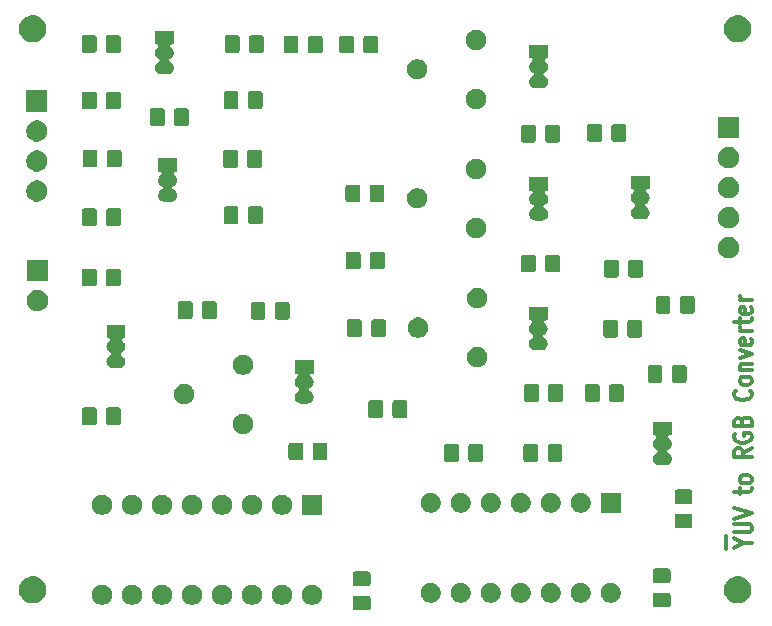
<source format=gbr>
G04 #@! TF.GenerationSoftware,KiCad,Pcbnew,(5.1.5-0-10_14)*
G04 #@! TF.CreationDate,2020-06-04T16:49:04+02:00*
G04 #@! TF.ProjectId,yuv-rgb-converter,7975762d-7267-4622-9d63-6f6e76657274,rev?*
G04 #@! TF.SameCoordinates,Original*
G04 #@! TF.FileFunction,Soldermask,Top*
G04 #@! TF.FilePolarity,Negative*
%FSLAX46Y46*%
G04 Gerber Fmt 4.6, Leading zero omitted, Abs format (unit mm)*
G04 Created by KiCad (PCBNEW (5.1.5-0-10_14)) date 2020-06-04 16:49:04*
%MOMM*%
%LPD*%
G04 APERTURE LIST*
%ADD10C,0.300000*%
%ADD11C,0.100000*%
G04 APERTURE END LIST*
D10*
X149406000Y-107830380D02*
X149406000Y-106716095D01*
X150840285Y-107273238D02*
X151554571Y-107273238D01*
X150054571Y-107706571D02*
X150840285Y-107273238D01*
X150054571Y-106839904D01*
X150054571Y-106406571D02*
X151268857Y-106406571D01*
X151411714Y-106344666D01*
X151483142Y-106282761D01*
X151554571Y-106158952D01*
X151554571Y-105911333D01*
X151483142Y-105787523D01*
X151411714Y-105725619D01*
X151268857Y-105663714D01*
X150054571Y-105663714D01*
X150054571Y-105230380D02*
X151554571Y-104797047D01*
X150054571Y-104363714D01*
X150554571Y-103125619D02*
X150554571Y-102630380D01*
X150054571Y-102939904D02*
X151340285Y-102939904D01*
X151483142Y-102878000D01*
X151554571Y-102754190D01*
X151554571Y-102630380D01*
X151554571Y-102011333D02*
X151483142Y-102135142D01*
X151411714Y-102197047D01*
X151268857Y-102258952D01*
X150840285Y-102258952D01*
X150697428Y-102197047D01*
X150626000Y-102135142D01*
X150554571Y-102011333D01*
X150554571Y-101825619D01*
X150626000Y-101701809D01*
X150697428Y-101639904D01*
X150840285Y-101578000D01*
X151268857Y-101578000D01*
X151411714Y-101639904D01*
X151483142Y-101701809D01*
X151554571Y-101825619D01*
X151554571Y-102011333D01*
X151554571Y-99287523D02*
X150840285Y-99720857D01*
X151554571Y-100030380D02*
X150054571Y-100030380D01*
X150054571Y-99535142D01*
X150126000Y-99411333D01*
X150197428Y-99349428D01*
X150340285Y-99287523D01*
X150554571Y-99287523D01*
X150697428Y-99349428D01*
X150768857Y-99411333D01*
X150840285Y-99535142D01*
X150840285Y-100030380D01*
X150126000Y-98049428D02*
X150054571Y-98173238D01*
X150054571Y-98358952D01*
X150126000Y-98544666D01*
X150268857Y-98668476D01*
X150411714Y-98730380D01*
X150697428Y-98792285D01*
X150911714Y-98792285D01*
X151197428Y-98730380D01*
X151340285Y-98668476D01*
X151483142Y-98544666D01*
X151554571Y-98358952D01*
X151554571Y-98235142D01*
X151483142Y-98049428D01*
X151411714Y-97987523D01*
X150911714Y-97987523D01*
X150911714Y-98235142D01*
X150768857Y-96997047D02*
X150840285Y-96811333D01*
X150911714Y-96749428D01*
X151054571Y-96687523D01*
X151268857Y-96687523D01*
X151411714Y-96749428D01*
X151483142Y-96811333D01*
X151554571Y-96935142D01*
X151554571Y-97430380D01*
X150054571Y-97430380D01*
X150054571Y-96997047D01*
X150126000Y-96873238D01*
X150197428Y-96811333D01*
X150340285Y-96749428D01*
X150483142Y-96749428D01*
X150626000Y-96811333D01*
X150697428Y-96873238D01*
X150768857Y-96997047D01*
X150768857Y-97430380D01*
X151411714Y-94397047D02*
X151483142Y-94458952D01*
X151554571Y-94644666D01*
X151554571Y-94768476D01*
X151483142Y-94954190D01*
X151340285Y-95078000D01*
X151197428Y-95139904D01*
X150911714Y-95201809D01*
X150697428Y-95201809D01*
X150411714Y-95139904D01*
X150268857Y-95078000D01*
X150126000Y-94954190D01*
X150054571Y-94768476D01*
X150054571Y-94644666D01*
X150126000Y-94458952D01*
X150197428Y-94397047D01*
X151554571Y-93654190D02*
X151483142Y-93778000D01*
X151411714Y-93839904D01*
X151268857Y-93901809D01*
X150840285Y-93901809D01*
X150697428Y-93839904D01*
X150626000Y-93778000D01*
X150554571Y-93654190D01*
X150554571Y-93468476D01*
X150626000Y-93344666D01*
X150697428Y-93282761D01*
X150840285Y-93220857D01*
X151268857Y-93220857D01*
X151411714Y-93282761D01*
X151483142Y-93344666D01*
X151554571Y-93468476D01*
X151554571Y-93654190D01*
X150554571Y-92663714D02*
X151554571Y-92663714D01*
X150697428Y-92663714D02*
X150626000Y-92601809D01*
X150554571Y-92478000D01*
X150554571Y-92292285D01*
X150626000Y-92168476D01*
X150768857Y-92106571D01*
X151554571Y-92106571D01*
X150554571Y-91611333D02*
X151554571Y-91301809D01*
X150554571Y-90992285D01*
X151483142Y-90001809D02*
X151554571Y-90125619D01*
X151554571Y-90373238D01*
X151483142Y-90497047D01*
X151340285Y-90558952D01*
X150768857Y-90558952D01*
X150626000Y-90497047D01*
X150554571Y-90373238D01*
X150554571Y-90125619D01*
X150626000Y-90001809D01*
X150768857Y-89939904D01*
X150911714Y-89939904D01*
X151054571Y-90558952D01*
X151554571Y-89382761D02*
X150554571Y-89382761D01*
X150840285Y-89382761D02*
X150697428Y-89320857D01*
X150626000Y-89258952D01*
X150554571Y-89135142D01*
X150554571Y-89011333D01*
X150554571Y-88763714D02*
X150554571Y-88268476D01*
X150054571Y-88578000D02*
X151340285Y-88578000D01*
X151483142Y-88516095D01*
X151554571Y-88392285D01*
X151554571Y-88268476D01*
X151483142Y-87339904D02*
X151554571Y-87463714D01*
X151554571Y-87711333D01*
X151483142Y-87835142D01*
X151340285Y-87897047D01*
X150768857Y-87897047D01*
X150626000Y-87835142D01*
X150554571Y-87711333D01*
X150554571Y-87463714D01*
X150626000Y-87339904D01*
X150768857Y-87278000D01*
X150911714Y-87278000D01*
X151054571Y-87897047D01*
X151554571Y-86720857D02*
X150554571Y-86720857D01*
X150840285Y-86720857D02*
X150697428Y-86658952D01*
X150626000Y-86597047D01*
X150554571Y-86473238D01*
X150554571Y-86349428D01*
D11*
G36*
X119130474Y-111766065D02*
G01*
X119168167Y-111777499D01*
X119202903Y-111796066D01*
X119233348Y-111821052D01*
X119258334Y-111851497D01*
X119276901Y-111886233D01*
X119288335Y-111923926D01*
X119292800Y-111969261D01*
X119292800Y-112805939D01*
X119288335Y-112851274D01*
X119276901Y-112888967D01*
X119258334Y-112923703D01*
X119233348Y-112954148D01*
X119202903Y-112979134D01*
X119168167Y-112997701D01*
X119130474Y-113009135D01*
X119085139Y-113013600D01*
X117998461Y-113013600D01*
X117953126Y-113009135D01*
X117915433Y-112997701D01*
X117880697Y-112979134D01*
X117850252Y-112954148D01*
X117825266Y-112923703D01*
X117806699Y-112888967D01*
X117795265Y-112851274D01*
X117790800Y-112805939D01*
X117790800Y-111969261D01*
X117795265Y-111923926D01*
X117806699Y-111886233D01*
X117825266Y-111851497D01*
X117850252Y-111821052D01*
X117880697Y-111796066D01*
X117915433Y-111777499D01*
X117953126Y-111766065D01*
X117998461Y-111761600D01*
X119085139Y-111761600D01*
X119130474Y-111766065D01*
G37*
G36*
X144530474Y-111512065D02*
G01*
X144568167Y-111523499D01*
X144602903Y-111542066D01*
X144633348Y-111567052D01*
X144658334Y-111597497D01*
X144676901Y-111632233D01*
X144688335Y-111669926D01*
X144692800Y-111715261D01*
X144692800Y-112551939D01*
X144688335Y-112597274D01*
X144676901Y-112634967D01*
X144658334Y-112669703D01*
X144633348Y-112700148D01*
X144602903Y-112725134D01*
X144568167Y-112743701D01*
X144530474Y-112755135D01*
X144485139Y-112759600D01*
X143398461Y-112759600D01*
X143353126Y-112755135D01*
X143315433Y-112743701D01*
X143280697Y-112725134D01*
X143250252Y-112700148D01*
X143225266Y-112669703D01*
X143206699Y-112634967D01*
X143195265Y-112597274D01*
X143190800Y-112551939D01*
X143190800Y-111715261D01*
X143195265Y-111669926D01*
X143206699Y-111632233D01*
X143225266Y-111597497D01*
X143250252Y-111567052D01*
X143280697Y-111542066D01*
X143315433Y-111523499D01*
X143353126Y-111512065D01*
X143398461Y-111507600D01*
X144485139Y-111507600D01*
X144530474Y-111512065D01*
G37*
G36*
X114573628Y-110865503D02*
G01*
X114728500Y-110929653D01*
X114867881Y-111022785D01*
X114986415Y-111141319D01*
X115079547Y-111280700D01*
X115143697Y-111435572D01*
X115176400Y-111599984D01*
X115176400Y-111767616D01*
X115143697Y-111932028D01*
X115079547Y-112086900D01*
X114986415Y-112226281D01*
X114867881Y-112344815D01*
X114728500Y-112437947D01*
X114573628Y-112502097D01*
X114409216Y-112534800D01*
X114241584Y-112534800D01*
X114077172Y-112502097D01*
X113922300Y-112437947D01*
X113782919Y-112344815D01*
X113664385Y-112226281D01*
X113571253Y-112086900D01*
X113507103Y-111932028D01*
X113474400Y-111767616D01*
X113474400Y-111599984D01*
X113507103Y-111435572D01*
X113571253Y-111280700D01*
X113664385Y-111141319D01*
X113782919Y-111022785D01*
X113922300Y-110929653D01*
X114077172Y-110865503D01*
X114241584Y-110832800D01*
X114409216Y-110832800D01*
X114573628Y-110865503D01*
G37*
G36*
X112033628Y-110865503D02*
G01*
X112188500Y-110929653D01*
X112327881Y-111022785D01*
X112446415Y-111141319D01*
X112539547Y-111280700D01*
X112603697Y-111435572D01*
X112636400Y-111599984D01*
X112636400Y-111767616D01*
X112603697Y-111932028D01*
X112539547Y-112086900D01*
X112446415Y-112226281D01*
X112327881Y-112344815D01*
X112188500Y-112437947D01*
X112033628Y-112502097D01*
X111869216Y-112534800D01*
X111701584Y-112534800D01*
X111537172Y-112502097D01*
X111382300Y-112437947D01*
X111242919Y-112344815D01*
X111124385Y-112226281D01*
X111031253Y-112086900D01*
X110967103Y-111932028D01*
X110934400Y-111767616D01*
X110934400Y-111599984D01*
X110967103Y-111435572D01*
X111031253Y-111280700D01*
X111124385Y-111141319D01*
X111242919Y-111022785D01*
X111382300Y-110929653D01*
X111537172Y-110865503D01*
X111701584Y-110832800D01*
X111869216Y-110832800D01*
X112033628Y-110865503D01*
G37*
G36*
X109493628Y-110865503D02*
G01*
X109648500Y-110929653D01*
X109787881Y-111022785D01*
X109906415Y-111141319D01*
X109999547Y-111280700D01*
X110063697Y-111435572D01*
X110096400Y-111599984D01*
X110096400Y-111767616D01*
X110063697Y-111932028D01*
X109999547Y-112086900D01*
X109906415Y-112226281D01*
X109787881Y-112344815D01*
X109648500Y-112437947D01*
X109493628Y-112502097D01*
X109329216Y-112534800D01*
X109161584Y-112534800D01*
X108997172Y-112502097D01*
X108842300Y-112437947D01*
X108702919Y-112344815D01*
X108584385Y-112226281D01*
X108491253Y-112086900D01*
X108427103Y-111932028D01*
X108394400Y-111767616D01*
X108394400Y-111599984D01*
X108427103Y-111435572D01*
X108491253Y-111280700D01*
X108584385Y-111141319D01*
X108702919Y-111022785D01*
X108842300Y-110929653D01*
X108997172Y-110865503D01*
X109161584Y-110832800D01*
X109329216Y-110832800D01*
X109493628Y-110865503D01*
G37*
G36*
X106953628Y-110865503D02*
G01*
X107108500Y-110929653D01*
X107247881Y-111022785D01*
X107366415Y-111141319D01*
X107459547Y-111280700D01*
X107523697Y-111435572D01*
X107556400Y-111599984D01*
X107556400Y-111767616D01*
X107523697Y-111932028D01*
X107459547Y-112086900D01*
X107366415Y-112226281D01*
X107247881Y-112344815D01*
X107108500Y-112437947D01*
X106953628Y-112502097D01*
X106789216Y-112534800D01*
X106621584Y-112534800D01*
X106457172Y-112502097D01*
X106302300Y-112437947D01*
X106162919Y-112344815D01*
X106044385Y-112226281D01*
X105951253Y-112086900D01*
X105887103Y-111932028D01*
X105854400Y-111767616D01*
X105854400Y-111599984D01*
X105887103Y-111435572D01*
X105951253Y-111280700D01*
X106044385Y-111141319D01*
X106162919Y-111022785D01*
X106302300Y-110929653D01*
X106457172Y-110865503D01*
X106621584Y-110832800D01*
X106789216Y-110832800D01*
X106953628Y-110865503D01*
G37*
G36*
X104413628Y-110865503D02*
G01*
X104568500Y-110929653D01*
X104707881Y-111022785D01*
X104826415Y-111141319D01*
X104919547Y-111280700D01*
X104983697Y-111435572D01*
X105016400Y-111599984D01*
X105016400Y-111767616D01*
X104983697Y-111932028D01*
X104919547Y-112086900D01*
X104826415Y-112226281D01*
X104707881Y-112344815D01*
X104568500Y-112437947D01*
X104413628Y-112502097D01*
X104249216Y-112534800D01*
X104081584Y-112534800D01*
X103917172Y-112502097D01*
X103762300Y-112437947D01*
X103622919Y-112344815D01*
X103504385Y-112226281D01*
X103411253Y-112086900D01*
X103347103Y-111932028D01*
X103314400Y-111767616D01*
X103314400Y-111599984D01*
X103347103Y-111435572D01*
X103411253Y-111280700D01*
X103504385Y-111141319D01*
X103622919Y-111022785D01*
X103762300Y-110929653D01*
X103917172Y-110865503D01*
X104081584Y-110832800D01*
X104249216Y-110832800D01*
X104413628Y-110865503D01*
G37*
G36*
X101873628Y-110865503D02*
G01*
X102028500Y-110929653D01*
X102167881Y-111022785D01*
X102286415Y-111141319D01*
X102379547Y-111280700D01*
X102443697Y-111435572D01*
X102476400Y-111599984D01*
X102476400Y-111767616D01*
X102443697Y-111932028D01*
X102379547Y-112086900D01*
X102286415Y-112226281D01*
X102167881Y-112344815D01*
X102028500Y-112437947D01*
X101873628Y-112502097D01*
X101709216Y-112534800D01*
X101541584Y-112534800D01*
X101377172Y-112502097D01*
X101222300Y-112437947D01*
X101082919Y-112344815D01*
X100964385Y-112226281D01*
X100871253Y-112086900D01*
X100807103Y-111932028D01*
X100774400Y-111767616D01*
X100774400Y-111599984D01*
X100807103Y-111435572D01*
X100871253Y-111280700D01*
X100964385Y-111141319D01*
X101082919Y-111022785D01*
X101222300Y-110929653D01*
X101377172Y-110865503D01*
X101541584Y-110832800D01*
X101709216Y-110832800D01*
X101873628Y-110865503D01*
G37*
G36*
X99333628Y-110865503D02*
G01*
X99488500Y-110929653D01*
X99627881Y-111022785D01*
X99746415Y-111141319D01*
X99839547Y-111280700D01*
X99903697Y-111435572D01*
X99936400Y-111599984D01*
X99936400Y-111767616D01*
X99903697Y-111932028D01*
X99839547Y-112086900D01*
X99746415Y-112226281D01*
X99627881Y-112344815D01*
X99488500Y-112437947D01*
X99333628Y-112502097D01*
X99169216Y-112534800D01*
X99001584Y-112534800D01*
X98837172Y-112502097D01*
X98682300Y-112437947D01*
X98542919Y-112344815D01*
X98424385Y-112226281D01*
X98331253Y-112086900D01*
X98267103Y-111932028D01*
X98234400Y-111767616D01*
X98234400Y-111599984D01*
X98267103Y-111435572D01*
X98331253Y-111280700D01*
X98424385Y-111141319D01*
X98542919Y-111022785D01*
X98682300Y-110929653D01*
X98837172Y-110865503D01*
X99001584Y-110832800D01*
X99169216Y-110832800D01*
X99333628Y-110865503D01*
G37*
G36*
X96793628Y-110865503D02*
G01*
X96948500Y-110929653D01*
X97087881Y-111022785D01*
X97206415Y-111141319D01*
X97299547Y-111280700D01*
X97363697Y-111435572D01*
X97396400Y-111599984D01*
X97396400Y-111767616D01*
X97363697Y-111932028D01*
X97299547Y-112086900D01*
X97206415Y-112226281D01*
X97087881Y-112344815D01*
X96948500Y-112437947D01*
X96793628Y-112502097D01*
X96629216Y-112534800D01*
X96461584Y-112534800D01*
X96297172Y-112502097D01*
X96142300Y-112437947D01*
X96002919Y-112344815D01*
X95884385Y-112226281D01*
X95791253Y-112086900D01*
X95727103Y-111932028D01*
X95694400Y-111767616D01*
X95694400Y-111599984D01*
X95727103Y-111435572D01*
X95791253Y-111280700D01*
X95884385Y-111141319D01*
X96002919Y-111022785D01*
X96142300Y-110929653D01*
X96297172Y-110865503D01*
X96461584Y-110832800D01*
X96629216Y-110832800D01*
X96793628Y-110865503D01*
G37*
G36*
X150592549Y-110123116D02*
G01*
X150703734Y-110145232D01*
X150913203Y-110231997D01*
X151101720Y-110357960D01*
X151262040Y-110518280D01*
X151386381Y-110704370D01*
X151388004Y-110706799D01*
X151406665Y-110751852D01*
X151474768Y-110916266D01*
X151519000Y-111138636D01*
X151519000Y-111365364D01*
X151474768Y-111587734D01*
X151388003Y-111797203D01*
X151262040Y-111985720D01*
X151101720Y-112146040D01*
X150913203Y-112272003D01*
X150703734Y-112358768D01*
X150592549Y-112380884D01*
X150481365Y-112403000D01*
X150254635Y-112403000D01*
X150143451Y-112380884D01*
X150032266Y-112358768D01*
X149822797Y-112272003D01*
X149634280Y-112146040D01*
X149473960Y-111985720D01*
X149347997Y-111797203D01*
X149261232Y-111587734D01*
X149217000Y-111365364D01*
X149217000Y-111138636D01*
X149261232Y-110916266D01*
X149329335Y-110751852D01*
X149347996Y-110706799D01*
X149349619Y-110704370D01*
X149473960Y-110518280D01*
X149634280Y-110357960D01*
X149822797Y-110231997D01*
X150032266Y-110145232D01*
X150143451Y-110123116D01*
X150254635Y-110101000D01*
X150481365Y-110101000D01*
X150592549Y-110123116D01*
G37*
G36*
X90902549Y-110123116D02*
G01*
X91013734Y-110145232D01*
X91223203Y-110231997D01*
X91411720Y-110357960D01*
X91572040Y-110518280D01*
X91696381Y-110704370D01*
X91698004Y-110706799D01*
X91716665Y-110751852D01*
X91784768Y-110916266D01*
X91829000Y-111138636D01*
X91829000Y-111365364D01*
X91784768Y-111587734D01*
X91698003Y-111797203D01*
X91572040Y-111985720D01*
X91411720Y-112146040D01*
X91223203Y-112272003D01*
X91013734Y-112358768D01*
X90902549Y-112380884D01*
X90791365Y-112403000D01*
X90564635Y-112403000D01*
X90453451Y-112380884D01*
X90342266Y-112358768D01*
X90132797Y-112272003D01*
X89944280Y-112146040D01*
X89783960Y-111985720D01*
X89657997Y-111797203D01*
X89571232Y-111587734D01*
X89527000Y-111365364D01*
X89527000Y-111138636D01*
X89571232Y-110916266D01*
X89639335Y-110751852D01*
X89657996Y-110706799D01*
X89659619Y-110704370D01*
X89783960Y-110518280D01*
X89944280Y-110357960D01*
X90132797Y-110231997D01*
X90342266Y-110145232D01*
X90453451Y-110123116D01*
X90564635Y-110101000D01*
X90791365Y-110101000D01*
X90902549Y-110123116D01*
G37*
G36*
X132252028Y-110687703D02*
G01*
X132406900Y-110751853D01*
X132546281Y-110844985D01*
X132664815Y-110963519D01*
X132757947Y-111102900D01*
X132822097Y-111257772D01*
X132854800Y-111422184D01*
X132854800Y-111589816D01*
X132822097Y-111754228D01*
X132757947Y-111909100D01*
X132664815Y-112048481D01*
X132546281Y-112167015D01*
X132406900Y-112260147D01*
X132252028Y-112324297D01*
X132087616Y-112357000D01*
X131919984Y-112357000D01*
X131755572Y-112324297D01*
X131600700Y-112260147D01*
X131461319Y-112167015D01*
X131342785Y-112048481D01*
X131249653Y-111909100D01*
X131185503Y-111754228D01*
X131152800Y-111589816D01*
X131152800Y-111422184D01*
X131185503Y-111257772D01*
X131249653Y-111102900D01*
X131342785Y-110963519D01*
X131461319Y-110844985D01*
X131600700Y-110751853D01*
X131755572Y-110687703D01*
X131919984Y-110655000D01*
X132087616Y-110655000D01*
X132252028Y-110687703D01*
G37*
G36*
X139872028Y-110687703D02*
G01*
X140026900Y-110751853D01*
X140166281Y-110844985D01*
X140284815Y-110963519D01*
X140377947Y-111102900D01*
X140442097Y-111257772D01*
X140474800Y-111422184D01*
X140474800Y-111589816D01*
X140442097Y-111754228D01*
X140377947Y-111909100D01*
X140284815Y-112048481D01*
X140166281Y-112167015D01*
X140026900Y-112260147D01*
X139872028Y-112324297D01*
X139707616Y-112357000D01*
X139539984Y-112357000D01*
X139375572Y-112324297D01*
X139220700Y-112260147D01*
X139081319Y-112167015D01*
X138962785Y-112048481D01*
X138869653Y-111909100D01*
X138805503Y-111754228D01*
X138772800Y-111589816D01*
X138772800Y-111422184D01*
X138805503Y-111257772D01*
X138869653Y-111102900D01*
X138962785Y-110963519D01*
X139081319Y-110844985D01*
X139220700Y-110751853D01*
X139375572Y-110687703D01*
X139539984Y-110655000D01*
X139707616Y-110655000D01*
X139872028Y-110687703D01*
G37*
G36*
X137332028Y-110687703D02*
G01*
X137486900Y-110751853D01*
X137626281Y-110844985D01*
X137744815Y-110963519D01*
X137837947Y-111102900D01*
X137902097Y-111257772D01*
X137934800Y-111422184D01*
X137934800Y-111589816D01*
X137902097Y-111754228D01*
X137837947Y-111909100D01*
X137744815Y-112048481D01*
X137626281Y-112167015D01*
X137486900Y-112260147D01*
X137332028Y-112324297D01*
X137167616Y-112357000D01*
X136999984Y-112357000D01*
X136835572Y-112324297D01*
X136680700Y-112260147D01*
X136541319Y-112167015D01*
X136422785Y-112048481D01*
X136329653Y-111909100D01*
X136265503Y-111754228D01*
X136232800Y-111589816D01*
X136232800Y-111422184D01*
X136265503Y-111257772D01*
X136329653Y-111102900D01*
X136422785Y-110963519D01*
X136541319Y-110844985D01*
X136680700Y-110751853D01*
X136835572Y-110687703D01*
X136999984Y-110655000D01*
X137167616Y-110655000D01*
X137332028Y-110687703D01*
G37*
G36*
X134792028Y-110687703D02*
G01*
X134946900Y-110751853D01*
X135086281Y-110844985D01*
X135204815Y-110963519D01*
X135297947Y-111102900D01*
X135362097Y-111257772D01*
X135394800Y-111422184D01*
X135394800Y-111589816D01*
X135362097Y-111754228D01*
X135297947Y-111909100D01*
X135204815Y-112048481D01*
X135086281Y-112167015D01*
X134946900Y-112260147D01*
X134792028Y-112324297D01*
X134627616Y-112357000D01*
X134459984Y-112357000D01*
X134295572Y-112324297D01*
X134140700Y-112260147D01*
X134001319Y-112167015D01*
X133882785Y-112048481D01*
X133789653Y-111909100D01*
X133725503Y-111754228D01*
X133692800Y-111589816D01*
X133692800Y-111422184D01*
X133725503Y-111257772D01*
X133789653Y-111102900D01*
X133882785Y-110963519D01*
X134001319Y-110844985D01*
X134140700Y-110751853D01*
X134295572Y-110687703D01*
X134459984Y-110655000D01*
X134627616Y-110655000D01*
X134792028Y-110687703D01*
G37*
G36*
X129712028Y-110687703D02*
G01*
X129866900Y-110751853D01*
X130006281Y-110844985D01*
X130124815Y-110963519D01*
X130217947Y-111102900D01*
X130282097Y-111257772D01*
X130314800Y-111422184D01*
X130314800Y-111589816D01*
X130282097Y-111754228D01*
X130217947Y-111909100D01*
X130124815Y-112048481D01*
X130006281Y-112167015D01*
X129866900Y-112260147D01*
X129712028Y-112324297D01*
X129547616Y-112357000D01*
X129379984Y-112357000D01*
X129215572Y-112324297D01*
X129060700Y-112260147D01*
X128921319Y-112167015D01*
X128802785Y-112048481D01*
X128709653Y-111909100D01*
X128645503Y-111754228D01*
X128612800Y-111589816D01*
X128612800Y-111422184D01*
X128645503Y-111257772D01*
X128709653Y-111102900D01*
X128802785Y-110963519D01*
X128921319Y-110844985D01*
X129060700Y-110751853D01*
X129215572Y-110687703D01*
X129379984Y-110655000D01*
X129547616Y-110655000D01*
X129712028Y-110687703D01*
G37*
G36*
X127172028Y-110687703D02*
G01*
X127326900Y-110751853D01*
X127466281Y-110844985D01*
X127584815Y-110963519D01*
X127677947Y-111102900D01*
X127742097Y-111257772D01*
X127774800Y-111422184D01*
X127774800Y-111589816D01*
X127742097Y-111754228D01*
X127677947Y-111909100D01*
X127584815Y-112048481D01*
X127466281Y-112167015D01*
X127326900Y-112260147D01*
X127172028Y-112324297D01*
X127007616Y-112357000D01*
X126839984Y-112357000D01*
X126675572Y-112324297D01*
X126520700Y-112260147D01*
X126381319Y-112167015D01*
X126262785Y-112048481D01*
X126169653Y-111909100D01*
X126105503Y-111754228D01*
X126072800Y-111589816D01*
X126072800Y-111422184D01*
X126105503Y-111257772D01*
X126169653Y-111102900D01*
X126262785Y-110963519D01*
X126381319Y-110844985D01*
X126520700Y-110751853D01*
X126675572Y-110687703D01*
X126839984Y-110655000D01*
X127007616Y-110655000D01*
X127172028Y-110687703D01*
G37*
G36*
X124632028Y-110687703D02*
G01*
X124786900Y-110751853D01*
X124926281Y-110844985D01*
X125044815Y-110963519D01*
X125137947Y-111102900D01*
X125202097Y-111257772D01*
X125234800Y-111422184D01*
X125234800Y-111589816D01*
X125202097Y-111754228D01*
X125137947Y-111909100D01*
X125044815Y-112048481D01*
X124926281Y-112167015D01*
X124786900Y-112260147D01*
X124632028Y-112324297D01*
X124467616Y-112357000D01*
X124299984Y-112357000D01*
X124135572Y-112324297D01*
X123980700Y-112260147D01*
X123841319Y-112167015D01*
X123722785Y-112048481D01*
X123629653Y-111909100D01*
X123565503Y-111754228D01*
X123532800Y-111589816D01*
X123532800Y-111422184D01*
X123565503Y-111257772D01*
X123629653Y-111102900D01*
X123722785Y-110963519D01*
X123841319Y-110844985D01*
X123980700Y-110751853D01*
X124135572Y-110687703D01*
X124299984Y-110655000D01*
X124467616Y-110655000D01*
X124632028Y-110687703D01*
G37*
G36*
X119130474Y-109716065D02*
G01*
X119168167Y-109727499D01*
X119202903Y-109746066D01*
X119233348Y-109771052D01*
X119258334Y-109801497D01*
X119276901Y-109836233D01*
X119288335Y-109873926D01*
X119292800Y-109919261D01*
X119292800Y-110755939D01*
X119288335Y-110801274D01*
X119276901Y-110838967D01*
X119258334Y-110873703D01*
X119233348Y-110904148D01*
X119202903Y-110929134D01*
X119168167Y-110947701D01*
X119130474Y-110959135D01*
X119085139Y-110963600D01*
X117998461Y-110963600D01*
X117953126Y-110959135D01*
X117915433Y-110947701D01*
X117880697Y-110929134D01*
X117850252Y-110904148D01*
X117825266Y-110873703D01*
X117806699Y-110838967D01*
X117795265Y-110801274D01*
X117790800Y-110755939D01*
X117790800Y-109919261D01*
X117795265Y-109873926D01*
X117806699Y-109836233D01*
X117825266Y-109801497D01*
X117850252Y-109771052D01*
X117880697Y-109746066D01*
X117915433Y-109727499D01*
X117953126Y-109716065D01*
X117998461Y-109711600D01*
X119085139Y-109711600D01*
X119130474Y-109716065D01*
G37*
G36*
X144530474Y-109462065D02*
G01*
X144568167Y-109473499D01*
X144602903Y-109492066D01*
X144633348Y-109517052D01*
X144658334Y-109547497D01*
X144676901Y-109582233D01*
X144688335Y-109619926D01*
X144692800Y-109665261D01*
X144692800Y-110501939D01*
X144688335Y-110547274D01*
X144676901Y-110584967D01*
X144658334Y-110619703D01*
X144633348Y-110650148D01*
X144602903Y-110675134D01*
X144568167Y-110693701D01*
X144530474Y-110705135D01*
X144485139Y-110709600D01*
X143398461Y-110709600D01*
X143353126Y-110705135D01*
X143315433Y-110693701D01*
X143280697Y-110675134D01*
X143250252Y-110650148D01*
X143225266Y-110619703D01*
X143206699Y-110584967D01*
X143195265Y-110547274D01*
X143190800Y-110501939D01*
X143190800Y-109665261D01*
X143195265Y-109619926D01*
X143206699Y-109582233D01*
X143225266Y-109547497D01*
X143250252Y-109517052D01*
X143280697Y-109492066D01*
X143315433Y-109473499D01*
X143353126Y-109462065D01*
X143398461Y-109457600D01*
X144485139Y-109457600D01*
X144530474Y-109462065D01*
G37*
G36*
X146384674Y-104822865D02*
G01*
X146422367Y-104834299D01*
X146457103Y-104852866D01*
X146487548Y-104877852D01*
X146512534Y-104908297D01*
X146531101Y-104943033D01*
X146542535Y-104980726D01*
X146547000Y-105026061D01*
X146547000Y-105862739D01*
X146542535Y-105908074D01*
X146531101Y-105945767D01*
X146512534Y-105980503D01*
X146487548Y-106010948D01*
X146457103Y-106035934D01*
X146422367Y-106054501D01*
X146384674Y-106065935D01*
X146339339Y-106070400D01*
X145252661Y-106070400D01*
X145207326Y-106065935D01*
X145169633Y-106054501D01*
X145134897Y-106035934D01*
X145104452Y-106010948D01*
X145079466Y-105980503D01*
X145060899Y-105945767D01*
X145049465Y-105908074D01*
X145045000Y-105862739D01*
X145045000Y-105026061D01*
X145049465Y-104980726D01*
X145060899Y-104943033D01*
X145079466Y-104908297D01*
X145104452Y-104877852D01*
X145134897Y-104852866D01*
X145169633Y-104834299D01*
X145207326Y-104822865D01*
X145252661Y-104818400D01*
X146339339Y-104818400D01*
X146384674Y-104822865D01*
G37*
G36*
X109493628Y-103245503D02*
G01*
X109648500Y-103309653D01*
X109787881Y-103402785D01*
X109906415Y-103521319D01*
X109999547Y-103660700D01*
X110063697Y-103815572D01*
X110096400Y-103979984D01*
X110096400Y-104147616D01*
X110063697Y-104312028D01*
X109999547Y-104466900D01*
X109906415Y-104606281D01*
X109787881Y-104724815D01*
X109648500Y-104817947D01*
X109493628Y-104882097D01*
X109329216Y-104914800D01*
X109161584Y-104914800D01*
X108997172Y-104882097D01*
X108842300Y-104817947D01*
X108702919Y-104724815D01*
X108584385Y-104606281D01*
X108491253Y-104466900D01*
X108427103Y-104312028D01*
X108394400Y-104147616D01*
X108394400Y-103979984D01*
X108427103Y-103815572D01*
X108491253Y-103660700D01*
X108584385Y-103521319D01*
X108702919Y-103402785D01*
X108842300Y-103309653D01*
X108997172Y-103245503D01*
X109161584Y-103212800D01*
X109329216Y-103212800D01*
X109493628Y-103245503D01*
G37*
G36*
X112033628Y-103245503D02*
G01*
X112188500Y-103309653D01*
X112327881Y-103402785D01*
X112446415Y-103521319D01*
X112539547Y-103660700D01*
X112603697Y-103815572D01*
X112636400Y-103979984D01*
X112636400Y-104147616D01*
X112603697Y-104312028D01*
X112539547Y-104466900D01*
X112446415Y-104606281D01*
X112327881Y-104724815D01*
X112188500Y-104817947D01*
X112033628Y-104882097D01*
X111869216Y-104914800D01*
X111701584Y-104914800D01*
X111537172Y-104882097D01*
X111382300Y-104817947D01*
X111242919Y-104724815D01*
X111124385Y-104606281D01*
X111031253Y-104466900D01*
X110967103Y-104312028D01*
X110934400Y-104147616D01*
X110934400Y-103979984D01*
X110967103Y-103815572D01*
X111031253Y-103660700D01*
X111124385Y-103521319D01*
X111242919Y-103402785D01*
X111382300Y-103309653D01*
X111537172Y-103245503D01*
X111701584Y-103212800D01*
X111869216Y-103212800D01*
X112033628Y-103245503D01*
G37*
G36*
X106953628Y-103245503D02*
G01*
X107108500Y-103309653D01*
X107247881Y-103402785D01*
X107366415Y-103521319D01*
X107459547Y-103660700D01*
X107523697Y-103815572D01*
X107556400Y-103979984D01*
X107556400Y-104147616D01*
X107523697Y-104312028D01*
X107459547Y-104466900D01*
X107366415Y-104606281D01*
X107247881Y-104724815D01*
X107108500Y-104817947D01*
X106953628Y-104882097D01*
X106789216Y-104914800D01*
X106621584Y-104914800D01*
X106457172Y-104882097D01*
X106302300Y-104817947D01*
X106162919Y-104724815D01*
X106044385Y-104606281D01*
X105951253Y-104466900D01*
X105887103Y-104312028D01*
X105854400Y-104147616D01*
X105854400Y-103979984D01*
X105887103Y-103815572D01*
X105951253Y-103660700D01*
X106044385Y-103521319D01*
X106162919Y-103402785D01*
X106302300Y-103309653D01*
X106457172Y-103245503D01*
X106621584Y-103212800D01*
X106789216Y-103212800D01*
X106953628Y-103245503D01*
G37*
G36*
X115176400Y-104914800D02*
G01*
X113474400Y-104914800D01*
X113474400Y-103212800D01*
X115176400Y-103212800D01*
X115176400Y-104914800D01*
G37*
G36*
X104413628Y-103245503D02*
G01*
X104568500Y-103309653D01*
X104707881Y-103402785D01*
X104826415Y-103521319D01*
X104919547Y-103660700D01*
X104983697Y-103815572D01*
X105016400Y-103979984D01*
X105016400Y-104147616D01*
X104983697Y-104312028D01*
X104919547Y-104466900D01*
X104826415Y-104606281D01*
X104707881Y-104724815D01*
X104568500Y-104817947D01*
X104413628Y-104882097D01*
X104249216Y-104914800D01*
X104081584Y-104914800D01*
X103917172Y-104882097D01*
X103762300Y-104817947D01*
X103622919Y-104724815D01*
X103504385Y-104606281D01*
X103411253Y-104466900D01*
X103347103Y-104312028D01*
X103314400Y-104147616D01*
X103314400Y-103979984D01*
X103347103Y-103815572D01*
X103411253Y-103660700D01*
X103504385Y-103521319D01*
X103622919Y-103402785D01*
X103762300Y-103309653D01*
X103917172Y-103245503D01*
X104081584Y-103212800D01*
X104249216Y-103212800D01*
X104413628Y-103245503D01*
G37*
G36*
X101873628Y-103245503D02*
G01*
X102028500Y-103309653D01*
X102167881Y-103402785D01*
X102286415Y-103521319D01*
X102379547Y-103660700D01*
X102443697Y-103815572D01*
X102476400Y-103979984D01*
X102476400Y-104147616D01*
X102443697Y-104312028D01*
X102379547Y-104466900D01*
X102286415Y-104606281D01*
X102167881Y-104724815D01*
X102028500Y-104817947D01*
X101873628Y-104882097D01*
X101709216Y-104914800D01*
X101541584Y-104914800D01*
X101377172Y-104882097D01*
X101222300Y-104817947D01*
X101082919Y-104724815D01*
X100964385Y-104606281D01*
X100871253Y-104466900D01*
X100807103Y-104312028D01*
X100774400Y-104147616D01*
X100774400Y-103979984D01*
X100807103Y-103815572D01*
X100871253Y-103660700D01*
X100964385Y-103521319D01*
X101082919Y-103402785D01*
X101222300Y-103309653D01*
X101377172Y-103245503D01*
X101541584Y-103212800D01*
X101709216Y-103212800D01*
X101873628Y-103245503D01*
G37*
G36*
X99333628Y-103245503D02*
G01*
X99488500Y-103309653D01*
X99627881Y-103402785D01*
X99746415Y-103521319D01*
X99839547Y-103660700D01*
X99903697Y-103815572D01*
X99936400Y-103979984D01*
X99936400Y-104147616D01*
X99903697Y-104312028D01*
X99839547Y-104466900D01*
X99746415Y-104606281D01*
X99627881Y-104724815D01*
X99488500Y-104817947D01*
X99333628Y-104882097D01*
X99169216Y-104914800D01*
X99001584Y-104914800D01*
X98837172Y-104882097D01*
X98682300Y-104817947D01*
X98542919Y-104724815D01*
X98424385Y-104606281D01*
X98331253Y-104466900D01*
X98267103Y-104312028D01*
X98234400Y-104147616D01*
X98234400Y-103979984D01*
X98267103Y-103815572D01*
X98331253Y-103660700D01*
X98424385Y-103521319D01*
X98542919Y-103402785D01*
X98682300Y-103309653D01*
X98837172Y-103245503D01*
X99001584Y-103212800D01*
X99169216Y-103212800D01*
X99333628Y-103245503D01*
G37*
G36*
X96793628Y-103245503D02*
G01*
X96948500Y-103309653D01*
X97087881Y-103402785D01*
X97206415Y-103521319D01*
X97299547Y-103660700D01*
X97363697Y-103815572D01*
X97396400Y-103979984D01*
X97396400Y-104147616D01*
X97363697Y-104312028D01*
X97299547Y-104466900D01*
X97206415Y-104606281D01*
X97087881Y-104724815D01*
X96948500Y-104817947D01*
X96793628Y-104882097D01*
X96629216Y-104914800D01*
X96461584Y-104914800D01*
X96297172Y-104882097D01*
X96142300Y-104817947D01*
X96002919Y-104724815D01*
X95884385Y-104606281D01*
X95791253Y-104466900D01*
X95727103Y-104312028D01*
X95694400Y-104147616D01*
X95694400Y-103979984D01*
X95727103Y-103815572D01*
X95791253Y-103660700D01*
X95884385Y-103521319D01*
X96002919Y-103402785D01*
X96142300Y-103309653D01*
X96297172Y-103245503D01*
X96461584Y-103212800D01*
X96629216Y-103212800D01*
X96793628Y-103245503D01*
G37*
G36*
X129712028Y-103067703D02*
G01*
X129866900Y-103131853D01*
X130006281Y-103224985D01*
X130124815Y-103343519D01*
X130217947Y-103482900D01*
X130282097Y-103637772D01*
X130314800Y-103802184D01*
X130314800Y-103969816D01*
X130282097Y-104134228D01*
X130217947Y-104289100D01*
X130124815Y-104428481D01*
X130006281Y-104547015D01*
X129866900Y-104640147D01*
X129712028Y-104704297D01*
X129547616Y-104737000D01*
X129379984Y-104737000D01*
X129215572Y-104704297D01*
X129060700Y-104640147D01*
X128921319Y-104547015D01*
X128802785Y-104428481D01*
X128709653Y-104289100D01*
X128645503Y-104134228D01*
X128612800Y-103969816D01*
X128612800Y-103802184D01*
X128645503Y-103637772D01*
X128709653Y-103482900D01*
X128802785Y-103343519D01*
X128921319Y-103224985D01*
X129060700Y-103131853D01*
X129215572Y-103067703D01*
X129379984Y-103035000D01*
X129547616Y-103035000D01*
X129712028Y-103067703D01*
G37*
G36*
X132252028Y-103067703D02*
G01*
X132406900Y-103131853D01*
X132546281Y-103224985D01*
X132664815Y-103343519D01*
X132757947Y-103482900D01*
X132822097Y-103637772D01*
X132854800Y-103802184D01*
X132854800Y-103969816D01*
X132822097Y-104134228D01*
X132757947Y-104289100D01*
X132664815Y-104428481D01*
X132546281Y-104547015D01*
X132406900Y-104640147D01*
X132252028Y-104704297D01*
X132087616Y-104737000D01*
X131919984Y-104737000D01*
X131755572Y-104704297D01*
X131600700Y-104640147D01*
X131461319Y-104547015D01*
X131342785Y-104428481D01*
X131249653Y-104289100D01*
X131185503Y-104134228D01*
X131152800Y-103969816D01*
X131152800Y-103802184D01*
X131185503Y-103637772D01*
X131249653Y-103482900D01*
X131342785Y-103343519D01*
X131461319Y-103224985D01*
X131600700Y-103131853D01*
X131755572Y-103067703D01*
X131919984Y-103035000D01*
X132087616Y-103035000D01*
X132252028Y-103067703D01*
G37*
G36*
X124632028Y-103067703D02*
G01*
X124786900Y-103131853D01*
X124926281Y-103224985D01*
X125044815Y-103343519D01*
X125137947Y-103482900D01*
X125202097Y-103637772D01*
X125234800Y-103802184D01*
X125234800Y-103969816D01*
X125202097Y-104134228D01*
X125137947Y-104289100D01*
X125044815Y-104428481D01*
X124926281Y-104547015D01*
X124786900Y-104640147D01*
X124632028Y-104704297D01*
X124467616Y-104737000D01*
X124299984Y-104737000D01*
X124135572Y-104704297D01*
X123980700Y-104640147D01*
X123841319Y-104547015D01*
X123722785Y-104428481D01*
X123629653Y-104289100D01*
X123565503Y-104134228D01*
X123532800Y-103969816D01*
X123532800Y-103802184D01*
X123565503Y-103637772D01*
X123629653Y-103482900D01*
X123722785Y-103343519D01*
X123841319Y-103224985D01*
X123980700Y-103131853D01*
X124135572Y-103067703D01*
X124299984Y-103035000D01*
X124467616Y-103035000D01*
X124632028Y-103067703D01*
G37*
G36*
X127172028Y-103067703D02*
G01*
X127326900Y-103131853D01*
X127466281Y-103224985D01*
X127584815Y-103343519D01*
X127677947Y-103482900D01*
X127742097Y-103637772D01*
X127774800Y-103802184D01*
X127774800Y-103969816D01*
X127742097Y-104134228D01*
X127677947Y-104289100D01*
X127584815Y-104428481D01*
X127466281Y-104547015D01*
X127326900Y-104640147D01*
X127172028Y-104704297D01*
X127007616Y-104737000D01*
X126839984Y-104737000D01*
X126675572Y-104704297D01*
X126520700Y-104640147D01*
X126381319Y-104547015D01*
X126262785Y-104428481D01*
X126169653Y-104289100D01*
X126105503Y-104134228D01*
X126072800Y-103969816D01*
X126072800Y-103802184D01*
X126105503Y-103637772D01*
X126169653Y-103482900D01*
X126262785Y-103343519D01*
X126381319Y-103224985D01*
X126520700Y-103131853D01*
X126675572Y-103067703D01*
X126839984Y-103035000D01*
X127007616Y-103035000D01*
X127172028Y-103067703D01*
G37*
G36*
X134792028Y-103067703D02*
G01*
X134946900Y-103131853D01*
X135086281Y-103224985D01*
X135204815Y-103343519D01*
X135297947Y-103482900D01*
X135362097Y-103637772D01*
X135394800Y-103802184D01*
X135394800Y-103969816D01*
X135362097Y-104134228D01*
X135297947Y-104289100D01*
X135204815Y-104428481D01*
X135086281Y-104547015D01*
X134946900Y-104640147D01*
X134792028Y-104704297D01*
X134627616Y-104737000D01*
X134459984Y-104737000D01*
X134295572Y-104704297D01*
X134140700Y-104640147D01*
X134001319Y-104547015D01*
X133882785Y-104428481D01*
X133789653Y-104289100D01*
X133725503Y-104134228D01*
X133692800Y-103969816D01*
X133692800Y-103802184D01*
X133725503Y-103637772D01*
X133789653Y-103482900D01*
X133882785Y-103343519D01*
X134001319Y-103224985D01*
X134140700Y-103131853D01*
X134295572Y-103067703D01*
X134459984Y-103035000D01*
X134627616Y-103035000D01*
X134792028Y-103067703D01*
G37*
G36*
X140474800Y-104737000D02*
G01*
X138772800Y-104737000D01*
X138772800Y-103035000D01*
X140474800Y-103035000D01*
X140474800Y-104737000D01*
G37*
G36*
X137332028Y-103067703D02*
G01*
X137486900Y-103131853D01*
X137626281Y-103224985D01*
X137744815Y-103343519D01*
X137837947Y-103482900D01*
X137902097Y-103637772D01*
X137934800Y-103802184D01*
X137934800Y-103969816D01*
X137902097Y-104134228D01*
X137837947Y-104289100D01*
X137744815Y-104428481D01*
X137626281Y-104547015D01*
X137486900Y-104640147D01*
X137332028Y-104704297D01*
X137167616Y-104737000D01*
X136999984Y-104737000D01*
X136835572Y-104704297D01*
X136680700Y-104640147D01*
X136541319Y-104547015D01*
X136422785Y-104428481D01*
X136329653Y-104289100D01*
X136265503Y-104134228D01*
X136232800Y-103969816D01*
X136232800Y-103802184D01*
X136265503Y-103637772D01*
X136329653Y-103482900D01*
X136422785Y-103343519D01*
X136541319Y-103224985D01*
X136680700Y-103131853D01*
X136835572Y-103067703D01*
X136999984Y-103035000D01*
X137167616Y-103035000D01*
X137332028Y-103067703D01*
G37*
G36*
X146384674Y-102772865D02*
G01*
X146422367Y-102784299D01*
X146457103Y-102802866D01*
X146487548Y-102827852D01*
X146512534Y-102858297D01*
X146531101Y-102893033D01*
X146542535Y-102930726D01*
X146547000Y-102976061D01*
X146547000Y-103812739D01*
X146542535Y-103858074D01*
X146531101Y-103895767D01*
X146512534Y-103930503D01*
X146487548Y-103960948D01*
X146457103Y-103985934D01*
X146422367Y-104004501D01*
X146384674Y-104015935D01*
X146339339Y-104020400D01*
X145252661Y-104020400D01*
X145207326Y-104015935D01*
X145169633Y-104004501D01*
X145134897Y-103985934D01*
X145104452Y-103960948D01*
X145079466Y-103930503D01*
X145060899Y-103895767D01*
X145049465Y-103858074D01*
X145045000Y-103812739D01*
X145045000Y-102976061D01*
X145049465Y-102930726D01*
X145060899Y-102893033D01*
X145079466Y-102858297D01*
X145104452Y-102827852D01*
X145134897Y-102802866D01*
X145169633Y-102784299D01*
X145207326Y-102772865D01*
X145252661Y-102768400D01*
X146339339Y-102768400D01*
X146384674Y-102772865D01*
G37*
G36*
X144793600Y-98188200D02*
G01*
X144629260Y-98188200D01*
X144604874Y-98190602D01*
X144581425Y-98197715D01*
X144559814Y-98209266D01*
X144540872Y-98224811D01*
X144525327Y-98243753D01*
X144513776Y-98265364D01*
X144506663Y-98288813D01*
X144504261Y-98313199D01*
X144506663Y-98337585D01*
X144513776Y-98361034D01*
X144525327Y-98382645D01*
X144540872Y-98401587D01*
X144549945Y-98409809D01*
X144626864Y-98472936D01*
X144698844Y-98560643D01*
X144733029Y-98624599D01*
X144752328Y-98660705D01*
X144752329Y-98660708D01*
X144785266Y-98769284D01*
X144796387Y-98882200D01*
X144785266Y-98995116D01*
X144752329Y-99103692D01*
X144752328Y-99103695D01*
X144740266Y-99126261D01*
X144698844Y-99203757D01*
X144626864Y-99291464D01*
X144539157Y-99363444D01*
X144457741Y-99406961D01*
X144437366Y-99420575D01*
X144420039Y-99437902D01*
X144406426Y-99458276D01*
X144397048Y-99480915D01*
X144392268Y-99504948D01*
X144392268Y-99529452D01*
X144397048Y-99553485D01*
X144406426Y-99576124D01*
X144420040Y-99596499D01*
X144437367Y-99613826D01*
X144457741Y-99627439D01*
X144539157Y-99670956D01*
X144626864Y-99742936D01*
X144698844Y-99830643D01*
X144733029Y-99894599D01*
X144752328Y-99930705D01*
X144752329Y-99930708D01*
X144785266Y-100039284D01*
X144796387Y-100152200D01*
X144785266Y-100265116D01*
X144762282Y-100340882D01*
X144752328Y-100373695D01*
X144735755Y-100404701D01*
X144698844Y-100473757D01*
X144626864Y-100561464D01*
X144539157Y-100633444D01*
X144475201Y-100667629D01*
X144439095Y-100686928D01*
X144439092Y-100686929D01*
X144330516Y-100719866D01*
X144245898Y-100728200D01*
X143739302Y-100728200D01*
X143654684Y-100719866D01*
X143546108Y-100686929D01*
X143546105Y-100686928D01*
X143509999Y-100667629D01*
X143446043Y-100633444D01*
X143358336Y-100561464D01*
X143286356Y-100473757D01*
X143249445Y-100404701D01*
X143232872Y-100373695D01*
X143222918Y-100340882D01*
X143199934Y-100265116D01*
X143188813Y-100152200D01*
X143199934Y-100039284D01*
X143232871Y-99930708D01*
X143232872Y-99930705D01*
X143252171Y-99894599D01*
X143286356Y-99830643D01*
X143358336Y-99742936D01*
X143446043Y-99670956D01*
X143527459Y-99627439D01*
X143547834Y-99613825D01*
X143565161Y-99596498D01*
X143578774Y-99576124D01*
X143588152Y-99553485D01*
X143592932Y-99529452D01*
X143592932Y-99504948D01*
X143588152Y-99480915D01*
X143578774Y-99458276D01*
X143565160Y-99437901D01*
X143547833Y-99420574D01*
X143527459Y-99406961D01*
X143446043Y-99363444D01*
X143358336Y-99291464D01*
X143286356Y-99203757D01*
X143244934Y-99126261D01*
X143232872Y-99103695D01*
X143232871Y-99103692D01*
X143199934Y-98995116D01*
X143188813Y-98882200D01*
X143199934Y-98769284D01*
X143232871Y-98660708D01*
X143232872Y-98660705D01*
X143252171Y-98624599D01*
X143286356Y-98560643D01*
X143358336Y-98472936D01*
X143435246Y-98409817D01*
X143452565Y-98392498D01*
X143466179Y-98372123D01*
X143475557Y-98349484D01*
X143480337Y-98325451D01*
X143480337Y-98300947D01*
X143475557Y-98276914D01*
X143466179Y-98254275D01*
X143452566Y-98233901D01*
X143435239Y-98216574D01*
X143414864Y-98202960D01*
X143392225Y-98193582D01*
X143368192Y-98188802D01*
X143355940Y-98188200D01*
X143191600Y-98188200D01*
X143191600Y-97036200D01*
X144793600Y-97036200D01*
X144793600Y-98188200D01*
G37*
G36*
X133322074Y-98923065D02*
G01*
X133359767Y-98934499D01*
X133394503Y-98953066D01*
X133424948Y-98978052D01*
X133449934Y-99008497D01*
X133468501Y-99043233D01*
X133479935Y-99080926D01*
X133484400Y-99126261D01*
X133484400Y-100212939D01*
X133479935Y-100258274D01*
X133468501Y-100295967D01*
X133449934Y-100330703D01*
X133424948Y-100361148D01*
X133394503Y-100386134D01*
X133359767Y-100404701D01*
X133322074Y-100416135D01*
X133276739Y-100420600D01*
X132440061Y-100420600D01*
X132394726Y-100416135D01*
X132357033Y-100404701D01*
X132322297Y-100386134D01*
X132291852Y-100361148D01*
X132266866Y-100330703D01*
X132248299Y-100295967D01*
X132236865Y-100258274D01*
X132232400Y-100212939D01*
X132232400Y-99126261D01*
X132236865Y-99080926D01*
X132248299Y-99043233D01*
X132266866Y-99008497D01*
X132291852Y-98978052D01*
X132322297Y-98953066D01*
X132357033Y-98934499D01*
X132394726Y-98923065D01*
X132440061Y-98918600D01*
X133276739Y-98918600D01*
X133322074Y-98923065D01*
G37*
G36*
X135372074Y-98923065D02*
G01*
X135409767Y-98934499D01*
X135444503Y-98953066D01*
X135474948Y-98978052D01*
X135499934Y-99008497D01*
X135518501Y-99043233D01*
X135529935Y-99080926D01*
X135534400Y-99126261D01*
X135534400Y-100212939D01*
X135529935Y-100258274D01*
X135518501Y-100295967D01*
X135499934Y-100330703D01*
X135474948Y-100361148D01*
X135444503Y-100386134D01*
X135409767Y-100404701D01*
X135372074Y-100416135D01*
X135326739Y-100420600D01*
X134490061Y-100420600D01*
X134444726Y-100416135D01*
X134407033Y-100404701D01*
X134372297Y-100386134D01*
X134341852Y-100361148D01*
X134316866Y-100330703D01*
X134298299Y-100295967D01*
X134286865Y-100258274D01*
X134282400Y-100212939D01*
X134282400Y-99126261D01*
X134286865Y-99080926D01*
X134298299Y-99043233D01*
X134316866Y-99008497D01*
X134341852Y-98978052D01*
X134372297Y-98953066D01*
X134407033Y-98934499D01*
X134444726Y-98923065D01*
X134490061Y-98918600D01*
X135326739Y-98918600D01*
X135372074Y-98923065D01*
G37*
G36*
X126616474Y-98923065D02*
G01*
X126654167Y-98934499D01*
X126688903Y-98953066D01*
X126719348Y-98978052D01*
X126744334Y-99008497D01*
X126762901Y-99043233D01*
X126774335Y-99080926D01*
X126778800Y-99126261D01*
X126778800Y-100212939D01*
X126774335Y-100258274D01*
X126762901Y-100295967D01*
X126744334Y-100330703D01*
X126719348Y-100361148D01*
X126688903Y-100386134D01*
X126654167Y-100404701D01*
X126616474Y-100416135D01*
X126571139Y-100420600D01*
X125734461Y-100420600D01*
X125689126Y-100416135D01*
X125651433Y-100404701D01*
X125616697Y-100386134D01*
X125586252Y-100361148D01*
X125561266Y-100330703D01*
X125542699Y-100295967D01*
X125531265Y-100258274D01*
X125526800Y-100212939D01*
X125526800Y-99126261D01*
X125531265Y-99080926D01*
X125542699Y-99043233D01*
X125561266Y-99008497D01*
X125586252Y-98978052D01*
X125616697Y-98953066D01*
X125651433Y-98934499D01*
X125689126Y-98923065D01*
X125734461Y-98918600D01*
X126571139Y-98918600D01*
X126616474Y-98923065D01*
G37*
G36*
X128666474Y-98923065D02*
G01*
X128704167Y-98934499D01*
X128738903Y-98953066D01*
X128769348Y-98978052D01*
X128794334Y-99008497D01*
X128812901Y-99043233D01*
X128824335Y-99080926D01*
X128828800Y-99126261D01*
X128828800Y-100212939D01*
X128824335Y-100258274D01*
X128812901Y-100295967D01*
X128794334Y-100330703D01*
X128769348Y-100361148D01*
X128738903Y-100386134D01*
X128704167Y-100404701D01*
X128666474Y-100416135D01*
X128621139Y-100420600D01*
X127784461Y-100420600D01*
X127739126Y-100416135D01*
X127701433Y-100404701D01*
X127666697Y-100386134D01*
X127636252Y-100361148D01*
X127611266Y-100330703D01*
X127592699Y-100295967D01*
X127581265Y-100258274D01*
X127576800Y-100212939D01*
X127576800Y-99126261D01*
X127581265Y-99080926D01*
X127592699Y-99043233D01*
X127611266Y-99008497D01*
X127636252Y-98978052D01*
X127666697Y-98953066D01*
X127701433Y-98934499D01*
X127739126Y-98923065D01*
X127784461Y-98918600D01*
X128621139Y-98918600D01*
X128666474Y-98923065D01*
G37*
G36*
X115483874Y-98796065D02*
G01*
X115521567Y-98807499D01*
X115556303Y-98826066D01*
X115586748Y-98851052D01*
X115611734Y-98881497D01*
X115630301Y-98916233D01*
X115641735Y-98953926D01*
X115646200Y-98999261D01*
X115646200Y-100085939D01*
X115641735Y-100131274D01*
X115630301Y-100168967D01*
X115611734Y-100203703D01*
X115586748Y-100234148D01*
X115556303Y-100259134D01*
X115521567Y-100277701D01*
X115483874Y-100289135D01*
X115438539Y-100293600D01*
X114601861Y-100293600D01*
X114556526Y-100289135D01*
X114518833Y-100277701D01*
X114484097Y-100259134D01*
X114453652Y-100234148D01*
X114428666Y-100203703D01*
X114410099Y-100168967D01*
X114398665Y-100131274D01*
X114394200Y-100085939D01*
X114394200Y-98999261D01*
X114398665Y-98953926D01*
X114410099Y-98916233D01*
X114428666Y-98881497D01*
X114453652Y-98851052D01*
X114484097Y-98826066D01*
X114518833Y-98807499D01*
X114556526Y-98796065D01*
X114601861Y-98791600D01*
X115438539Y-98791600D01*
X115483874Y-98796065D01*
G37*
G36*
X113433874Y-98796065D02*
G01*
X113471567Y-98807499D01*
X113506303Y-98826066D01*
X113536748Y-98851052D01*
X113561734Y-98881497D01*
X113580301Y-98916233D01*
X113591735Y-98953926D01*
X113596200Y-98999261D01*
X113596200Y-100085939D01*
X113591735Y-100131274D01*
X113580301Y-100168967D01*
X113561734Y-100203703D01*
X113536748Y-100234148D01*
X113506303Y-100259134D01*
X113471567Y-100277701D01*
X113433874Y-100289135D01*
X113388539Y-100293600D01*
X112551861Y-100293600D01*
X112506526Y-100289135D01*
X112468833Y-100277701D01*
X112434097Y-100259134D01*
X112403652Y-100234148D01*
X112378666Y-100203703D01*
X112360099Y-100168967D01*
X112348665Y-100131274D01*
X112344200Y-100085939D01*
X112344200Y-98999261D01*
X112348665Y-98953926D01*
X112360099Y-98916233D01*
X112378666Y-98881497D01*
X112403652Y-98851052D01*
X112434097Y-98826066D01*
X112468833Y-98807499D01*
X112506526Y-98796065D01*
X112551861Y-98791600D01*
X113388539Y-98791600D01*
X113433874Y-98796065D01*
G37*
G36*
X108759943Y-96374087D02*
G01*
X108916638Y-96438992D01*
X109057653Y-96533215D01*
X109177585Y-96653147D01*
X109271808Y-96794162D01*
X109336713Y-96950857D01*
X109369800Y-97117198D01*
X109369800Y-97286802D01*
X109336713Y-97453143D01*
X109271808Y-97609838D01*
X109177585Y-97750853D01*
X109057653Y-97870785D01*
X108916638Y-97965008D01*
X108759943Y-98029913D01*
X108593602Y-98063000D01*
X108423998Y-98063000D01*
X108257657Y-98029913D01*
X108100962Y-97965008D01*
X107959947Y-97870785D01*
X107840015Y-97750853D01*
X107745792Y-97609838D01*
X107680887Y-97453143D01*
X107647800Y-97286802D01*
X107647800Y-97117198D01*
X107680887Y-96950857D01*
X107745792Y-96794162D01*
X107840015Y-96653147D01*
X107959947Y-96533215D01*
X108100962Y-96438992D01*
X108257657Y-96374087D01*
X108423998Y-96341000D01*
X108593602Y-96341000D01*
X108759943Y-96374087D01*
G37*
G36*
X95933274Y-95824265D02*
G01*
X95970967Y-95835699D01*
X96005703Y-95854266D01*
X96036148Y-95879252D01*
X96061134Y-95909697D01*
X96079701Y-95944433D01*
X96091135Y-95982126D01*
X96095600Y-96027461D01*
X96095600Y-97114139D01*
X96091135Y-97159474D01*
X96079701Y-97197167D01*
X96061134Y-97231903D01*
X96036148Y-97262348D01*
X96005703Y-97287334D01*
X95970967Y-97305901D01*
X95933274Y-97317335D01*
X95887939Y-97321800D01*
X95051261Y-97321800D01*
X95005926Y-97317335D01*
X94968233Y-97305901D01*
X94933497Y-97287334D01*
X94903052Y-97262348D01*
X94878066Y-97231903D01*
X94859499Y-97197167D01*
X94848065Y-97159474D01*
X94843600Y-97114139D01*
X94843600Y-96027461D01*
X94848065Y-95982126D01*
X94859499Y-95944433D01*
X94878066Y-95909697D01*
X94903052Y-95879252D01*
X94933497Y-95854266D01*
X94968233Y-95835699D01*
X95005926Y-95824265D01*
X95051261Y-95819800D01*
X95887939Y-95819800D01*
X95933274Y-95824265D01*
G37*
G36*
X97983274Y-95824265D02*
G01*
X98020967Y-95835699D01*
X98055703Y-95854266D01*
X98086148Y-95879252D01*
X98111134Y-95909697D01*
X98129701Y-95944433D01*
X98141135Y-95982126D01*
X98145600Y-96027461D01*
X98145600Y-97114139D01*
X98141135Y-97159474D01*
X98129701Y-97197167D01*
X98111134Y-97231903D01*
X98086148Y-97262348D01*
X98055703Y-97287334D01*
X98020967Y-97305901D01*
X97983274Y-97317335D01*
X97937939Y-97321800D01*
X97101261Y-97321800D01*
X97055926Y-97317335D01*
X97018233Y-97305901D01*
X96983497Y-97287334D01*
X96953052Y-97262348D01*
X96928066Y-97231903D01*
X96909499Y-97197167D01*
X96898065Y-97159474D01*
X96893600Y-97114139D01*
X96893600Y-96027461D01*
X96898065Y-95982126D01*
X96909499Y-95944433D01*
X96928066Y-95909697D01*
X96953052Y-95879252D01*
X96983497Y-95854266D01*
X97018233Y-95835699D01*
X97055926Y-95824265D01*
X97101261Y-95819800D01*
X97937939Y-95819800D01*
X97983274Y-95824265D01*
G37*
G36*
X122240274Y-95214665D02*
G01*
X122277967Y-95226099D01*
X122312703Y-95244666D01*
X122343148Y-95269652D01*
X122368134Y-95300097D01*
X122386701Y-95334833D01*
X122398135Y-95372526D01*
X122402600Y-95417861D01*
X122402600Y-96504539D01*
X122398135Y-96549874D01*
X122386701Y-96587567D01*
X122368134Y-96622303D01*
X122343148Y-96652748D01*
X122312703Y-96677734D01*
X122277967Y-96696301D01*
X122240274Y-96707735D01*
X122194939Y-96712200D01*
X121358261Y-96712200D01*
X121312926Y-96707735D01*
X121275233Y-96696301D01*
X121240497Y-96677734D01*
X121210052Y-96652748D01*
X121185066Y-96622303D01*
X121166499Y-96587567D01*
X121155065Y-96549874D01*
X121150600Y-96504539D01*
X121150600Y-95417861D01*
X121155065Y-95372526D01*
X121166499Y-95334833D01*
X121185066Y-95300097D01*
X121210052Y-95269652D01*
X121240497Y-95244666D01*
X121275233Y-95226099D01*
X121312926Y-95214665D01*
X121358261Y-95210200D01*
X122194939Y-95210200D01*
X122240274Y-95214665D01*
G37*
G36*
X120190274Y-95214665D02*
G01*
X120227967Y-95226099D01*
X120262703Y-95244666D01*
X120293148Y-95269652D01*
X120318134Y-95300097D01*
X120336701Y-95334833D01*
X120348135Y-95372526D01*
X120352600Y-95417861D01*
X120352600Y-96504539D01*
X120348135Y-96549874D01*
X120336701Y-96587567D01*
X120318134Y-96622303D01*
X120293148Y-96652748D01*
X120262703Y-96677734D01*
X120227967Y-96696301D01*
X120190274Y-96707735D01*
X120144939Y-96712200D01*
X119308261Y-96712200D01*
X119262926Y-96707735D01*
X119225233Y-96696301D01*
X119190497Y-96677734D01*
X119160052Y-96652748D01*
X119135066Y-96622303D01*
X119116499Y-96587567D01*
X119105065Y-96549874D01*
X119100600Y-96504539D01*
X119100600Y-95417861D01*
X119105065Y-95372526D01*
X119116499Y-95334833D01*
X119135066Y-95300097D01*
X119160052Y-95269652D01*
X119190497Y-95244666D01*
X119225233Y-95226099D01*
X119262926Y-95214665D01*
X119308261Y-95210200D01*
X120144939Y-95210200D01*
X120190274Y-95214665D01*
G37*
G36*
X103759943Y-93874087D02*
G01*
X103916638Y-93938992D01*
X104057653Y-94033215D01*
X104177585Y-94153147D01*
X104271808Y-94294162D01*
X104336713Y-94450857D01*
X104369800Y-94617198D01*
X104369800Y-94786802D01*
X104336713Y-94953143D01*
X104271808Y-95109838D01*
X104177585Y-95250853D01*
X104057653Y-95370785D01*
X103916638Y-95465008D01*
X103759943Y-95529913D01*
X103593602Y-95563000D01*
X103423998Y-95563000D01*
X103257657Y-95529913D01*
X103100962Y-95465008D01*
X102959947Y-95370785D01*
X102840015Y-95250853D01*
X102745792Y-95109838D01*
X102680887Y-94953143D01*
X102647800Y-94786802D01*
X102647800Y-94617198D01*
X102680887Y-94450857D01*
X102745792Y-94294162D01*
X102840015Y-94153147D01*
X102959947Y-94033215D01*
X103100962Y-93938992D01*
X103257657Y-93874087D01*
X103423998Y-93841000D01*
X103593602Y-93841000D01*
X103759943Y-93874087D01*
G37*
G36*
X114466000Y-92955800D02*
G01*
X114301660Y-92955800D01*
X114277274Y-92958202D01*
X114253825Y-92965315D01*
X114232214Y-92976866D01*
X114213272Y-92992411D01*
X114197727Y-93011353D01*
X114186176Y-93032964D01*
X114179063Y-93056413D01*
X114176661Y-93080799D01*
X114179063Y-93105185D01*
X114186176Y-93128634D01*
X114197727Y-93150245D01*
X114213272Y-93169187D01*
X114222345Y-93177409D01*
X114299264Y-93240536D01*
X114371244Y-93328243D01*
X114405429Y-93392199D01*
X114424728Y-93428305D01*
X114424729Y-93428308D01*
X114457666Y-93536884D01*
X114468787Y-93649800D01*
X114457666Y-93762716D01*
X114424729Y-93871292D01*
X114424728Y-93871295D01*
X114405429Y-93907401D01*
X114371244Y-93971357D01*
X114299264Y-94059064D01*
X114211557Y-94131044D01*
X114130141Y-94174561D01*
X114109766Y-94188175D01*
X114092439Y-94205502D01*
X114078826Y-94225876D01*
X114069448Y-94248515D01*
X114064668Y-94272548D01*
X114064668Y-94297052D01*
X114069448Y-94321085D01*
X114078826Y-94343724D01*
X114092440Y-94364099D01*
X114109767Y-94381426D01*
X114130141Y-94395039D01*
X114211557Y-94438556D01*
X114299264Y-94510536D01*
X114371244Y-94598243D01*
X114405429Y-94662199D01*
X114424728Y-94698305D01*
X114424729Y-94698308D01*
X114457666Y-94806884D01*
X114468787Y-94919800D01*
X114457666Y-95032716D01*
X114430725Y-95121525D01*
X114424728Y-95141295D01*
X114408004Y-95172583D01*
X114371244Y-95241357D01*
X114299264Y-95329064D01*
X114211557Y-95401044D01*
X114147601Y-95435229D01*
X114111495Y-95454528D01*
X114111492Y-95454529D01*
X114002916Y-95487466D01*
X113918298Y-95495800D01*
X113411702Y-95495800D01*
X113327084Y-95487466D01*
X113218508Y-95454529D01*
X113218505Y-95454528D01*
X113182399Y-95435229D01*
X113118443Y-95401044D01*
X113030736Y-95329064D01*
X112958756Y-95241357D01*
X112921996Y-95172583D01*
X112905272Y-95141295D01*
X112899275Y-95121525D01*
X112872334Y-95032716D01*
X112861213Y-94919800D01*
X112872334Y-94806884D01*
X112905271Y-94698308D01*
X112905272Y-94698305D01*
X112924571Y-94662199D01*
X112958756Y-94598243D01*
X113030736Y-94510536D01*
X113118443Y-94438556D01*
X113199859Y-94395039D01*
X113220234Y-94381425D01*
X113237561Y-94364098D01*
X113251174Y-94343724D01*
X113260552Y-94321085D01*
X113265332Y-94297052D01*
X113265332Y-94272548D01*
X113260552Y-94248515D01*
X113251174Y-94225876D01*
X113237560Y-94205501D01*
X113220233Y-94188174D01*
X113199859Y-94174561D01*
X113118443Y-94131044D01*
X113030736Y-94059064D01*
X112958756Y-93971357D01*
X112924571Y-93907401D01*
X112905272Y-93871295D01*
X112905271Y-93871292D01*
X112872334Y-93762716D01*
X112861213Y-93649800D01*
X112872334Y-93536884D01*
X112905271Y-93428308D01*
X112905272Y-93428305D01*
X112924571Y-93392199D01*
X112958756Y-93328243D01*
X113030736Y-93240536D01*
X113107646Y-93177417D01*
X113124965Y-93160098D01*
X113138579Y-93139723D01*
X113147957Y-93117084D01*
X113152737Y-93093051D01*
X113152737Y-93068547D01*
X113147957Y-93044514D01*
X113138579Y-93021875D01*
X113124966Y-93001501D01*
X113107639Y-92984174D01*
X113087264Y-92970560D01*
X113064625Y-92961182D01*
X113040592Y-92956402D01*
X113028340Y-92955800D01*
X112864000Y-92955800D01*
X112864000Y-91803800D01*
X114466000Y-91803800D01*
X114466000Y-92955800D01*
G37*
G36*
X138529074Y-93868465D02*
G01*
X138566767Y-93879899D01*
X138601503Y-93898466D01*
X138631948Y-93923452D01*
X138656934Y-93953897D01*
X138675501Y-93988633D01*
X138686935Y-94026326D01*
X138691400Y-94071661D01*
X138691400Y-95158339D01*
X138686935Y-95203674D01*
X138675501Y-95241367D01*
X138656934Y-95276103D01*
X138631948Y-95306548D01*
X138601503Y-95331534D01*
X138566767Y-95350101D01*
X138529074Y-95361535D01*
X138483739Y-95366000D01*
X137647061Y-95366000D01*
X137601726Y-95361535D01*
X137564033Y-95350101D01*
X137529297Y-95331534D01*
X137498852Y-95306548D01*
X137473866Y-95276103D01*
X137455299Y-95241367D01*
X137443865Y-95203674D01*
X137439400Y-95158339D01*
X137439400Y-94071661D01*
X137443865Y-94026326D01*
X137455299Y-93988633D01*
X137473866Y-93953897D01*
X137498852Y-93923452D01*
X137529297Y-93898466D01*
X137564033Y-93879899D01*
X137601726Y-93868465D01*
X137647061Y-93864000D01*
X138483739Y-93864000D01*
X138529074Y-93868465D01*
G37*
G36*
X140579074Y-93868465D02*
G01*
X140616767Y-93879899D01*
X140651503Y-93898466D01*
X140681948Y-93923452D01*
X140706934Y-93953897D01*
X140725501Y-93988633D01*
X140736935Y-94026326D01*
X140741400Y-94071661D01*
X140741400Y-95158339D01*
X140736935Y-95203674D01*
X140725501Y-95241367D01*
X140706934Y-95276103D01*
X140681948Y-95306548D01*
X140651503Y-95331534D01*
X140616767Y-95350101D01*
X140579074Y-95361535D01*
X140533739Y-95366000D01*
X139697061Y-95366000D01*
X139651726Y-95361535D01*
X139614033Y-95350101D01*
X139579297Y-95331534D01*
X139548852Y-95306548D01*
X139523866Y-95276103D01*
X139505299Y-95241367D01*
X139493865Y-95203674D01*
X139489400Y-95158339D01*
X139489400Y-94071661D01*
X139493865Y-94026326D01*
X139505299Y-93988633D01*
X139523866Y-93953897D01*
X139548852Y-93923452D01*
X139579297Y-93898466D01*
X139614033Y-93879899D01*
X139651726Y-93868465D01*
X139697061Y-93864000D01*
X140533739Y-93864000D01*
X140579074Y-93868465D01*
G37*
G36*
X135422874Y-93843065D02*
G01*
X135460567Y-93854499D01*
X135495303Y-93873066D01*
X135525748Y-93898052D01*
X135550734Y-93928497D01*
X135569301Y-93963233D01*
X135580735Y-94000926D01*
X135585200Y-94046261D01*
X135585200Y-95132939D01*
X135580735Y-95178274D01*
X135569301Y-95215967D01*
X135550734Y-95250703D01*
X135525748Y-95281148D01*
X135495303Y-95306134D01*
X135460567Y-95324701D01*
X135422874Y-95336135D01*
X135377539Y-95340600D01*
X134540861Y-95340600D01*
X134495526Y-95336135D01*
X134457833Y-95324701D01*
X134423097Y-95306134D01*
X134392652Y-95281148D01*
X134367666Y-95250703D01*
X134349099Y-95215967D01*
X134337665Y-95178274D01*
X134333200Y-95132939D01*
X134333200Y-94046261D01*
X134337665Y-94000926D01*
X134349099Y-93963233D01*
X134367666Y-93928497D01*
X134392652Y-93898052D01*
X134423097Y-93873066D01*
X134457833Y-93854499D01*
X134495526Y-93843065D01*
X134540861Y-93838600D01*
X135377539Y-93838600D01*
X135422874Y-93843065D01*
G37*
G36*
X133372874Y-93843065D02*
G01*
X133410567Y-93854499D01*
X133445303Y-93873066D01*
X133475748Y-93898052D01*
X133500734Y-93928497D01*
X133519301Y-93963233D01*
X133530735Y-94000926D01*
X133535200Y-94046261D01*
X133535200Y-95132939D01*
X133530735Y-95178274D01*
X133519301Y-95215967D01*
X133500734Y-95250703D01*
X133475748Y-95281148D01*
X133445303Y-95306134D01*
X133410567Y-95324701D01*
X133372874Y-95336135D01*
X133327539Y-95340600D01*
X132490861Y-95340600D01*
X132445526Y-95336135D01*
X132407833Y-95324701D01*
X132373097Y-95306134D01*
X132342652Y-95281148D01*
X132317666Y-95250703D01*
X132299099Y-95215967D01*
X132287665Y-95178274D01*
X132283200Y-95132939D01*
X132283200Y-94046261D01*
X132287665Y-94000926D01*
X132299099Y-93963233D01*
X132317666Y-93928497D01*
X132342652Y-93898052D01*
X132373097Y-93873066D01*
X132407833Y-93854499D01*
X132445526Y-93843065D01*
X132490861Y-93838600D01*
X133327539Y-93838600D01*
X133372874Y-93843065D01*
G37*
G36*
X145887674Y-92242865D02*
G01*
X145925367Y-92254299D01*
X145960103Y-92272866D01*
X145990548Y-92297852D01*
X146015534Y-92328297D01*
X146034101Y-92363033D01*
X146045535Y-92400726D01*
X146050000Y-92446061D01*
X146050000Y-93532739D01*
X146045535Y-93578074D01*
X146034101Y-93615767D01*
X146015534Y-93650503D01*
X145990548Y-93680948D01*
X145960103Y-93705934D01*
X145925367Y-93724501D01*
X145887674Y-93735935D01*
X145842339Y-93740400D01*
X145005661Y-93740400D01*
X144960326Y-93735935D01*
X144922633Y-93724501D01*
X144887897Y-93705934D01*
X144857452Y-93680948D01*
X144832466Y-93650503D01*
X144813899Y-93615767D01*
X144802465Y-93578074D01*
X144798000Y-93532739D01*
X144798000Y-92446061D01*
X144802465Y-92400726D01*
X144813899Y-92363033D01*
X144832466Y-92328297D01*
X144857452Y-92297852D01*
X144887897Y-92272866D01*
X144922633Y-92254299D01*
X144960326Y-92242865D01*
X145005661Y-92238400D01*
X145842339Y-92238400D01*
X145887674Y-92242865D01*
G37*
G36*
X143837674Y-92242865D02*
G01*
X143875367Y-92254299D01*
X143910103Y-92272866D01*
X143940548Y-92297852D01*
X143965534Y-92328297D01*
X143984101Y-92363033D01*
X143995535Y-92400726D01*
X144000000Y-92446061D01*
X144000000Y-93532739D01*
X143995535Y-93578074D01*
X143984101Y-93615767D01*
X143965534Y-93650503D01*
X143940548Y-93680948D01*
X143910103Y-93705934D01*
X143875367Y-93724501D01*
X143837674Y-93735935D01*
X143792339Y-93740400D01*
X142955661Y-93740400D01*
X142910326Y-93735935D01*
X142872633Y-93724501D01*
X142837897Y-93705934D01*
X142807452Y-93680948D01*
X142782466Y-93650503D01*
X142763899Y-93615767D01*
X142752465Y-93578074D01*
X142748000Y-93532739D01*
X142748000Y-92446061D01*
X142752465Y-92400726D01*
X142763899Y-92363033D01*
X142782466Y-92328297D01*
X142807452Y-92297852D01*
X142837897Y-92272866D01*
X142872633Y-92254299D01*
X142910326Y-92242865D01*
X142955661Y-92238400D01*
X143792339Y-92238400D01*
X143837674Y-92242865D01*
G37*
G36*
X108759943Y-91374087D02*
G01*
X108916638Y-91438992D01*
X109057653Y-91533215D01*
X109177585Y-91653147D01*
X109271808Y-91794162D01*
X109336713Y-91950857D01*
X109369800Y-92117198D01*
X109369800Y-92286802D01*
X109336713Y-92453143D01*
X109271808Y-92609838D01*
X109177585Y-92750853D01*
X109057653Y-92870785D01*
X108916638Y-92965008D01*
X108759943Y-93029913D01*
X108593602Y-93063000D01*
X108423998Y-93063000D01*
X108257657Y-93029913D01*
X108100962Y-92965008D01*
X107959947Y-92870785D01*
X107840015Y-92750853D01*
X107745792Y-92609838D01*
X107680887Y-92453143D01*
X107647800Y-92286802D01*
X107647800Y-92117198D01*
X107680887Y-91950857D01*
X107745792Y-91794162D01*
X107840015Y-91653147D01*
X107959947Y-91533215D01*
X108100962Y-91438992D01*
X108257657Y-91374087D01*
X108423998Y-91341000D01*
X108593602Y-91341000D01*
X108759943Y-91374087D01*
G37*
G36*
X98540200Y-89958600D02*
G01*
X98375860Y-89958600D01*
X98351474Y-89961002D01*
X98328025Y-89968115D01*
X98306414Y-89979666D01*
X98287472Y-89995211D01*
X98271927Y-90014153D01*
X98260376Y-90035764D01*
X98253263Y-90059213D01*
X98250861Y-90083599D01*
X98253263Y-90107985D01*
X98260376Y-90131434D01*
X98271927Y-90153045D01*
X98287472Y-90171987D01*
X98296545Y-90180209D01*
X98373464Y-90243336D01*
X98445444Y-90331043D01*
X98479629Y-90394999D01*
X98498928Y-90431105D01*
X98498929Y-90431108D01*
X98531866Y-90539684D01*
X98542987Y-90652600D01*
X98531866Y-90765516D01*
X98511314Y-90833264D01*
X98498928Y-90874095D01*
X98488065Y-90894418D01*
X98445444Y-90974157D01*
X98373464Y-91061864D01*
X98285757Y-91133844D01*
X98204341Y-91177361D01*
X98183966Y-91190975D01*
X98166639Y-91208302D01*
X98153026Y-91228676D01*
X98143648Y-91251315D01*
X98138868Y-91275348D01*
X98138868Y-91299852D01*
X98143648Y-91323885D01*
X98153026Y-91346524D01*
X98166640Y-91366899D01*
X98183967Y-91384226D01*
X98204341Y-91397839D01*
X98285757Y-91441356D01*
X98373464Y-91513336D01*
X98445444Y-91601043D01*
X98473292Y-91653144D01*
X98498928Y-91701105D01*
X98498929Y-91701108D01*
X98531866Y-91809684D01*
X98542987Y-91922600D01*
X98531866Y-92035516D01*
X98508648Y-92112053D01*
X98498928Y-92144095D01*
X98479629Y-92180201D01*
X98445444Y-92244157D01*
X98373464Y-92331864D01*
X98285757Y-92403844D01*
X98221801Y-92438029D01*
X98185695Y-92457328D01*
X98185692Y-92457329D01*
X98077116Y-92490266D01*
X97992498Y-92498600D01*
X97485902Y-92498600D01*
X97401284Y-92490266D01*
X97292708Y-92457329D01*
X97292705Y-92457328D01*
X97256599Y-92438029D01*
X97192643Y-92403844D01*
X97104936Y-92331864D01*
X97032956Y-92244157D01*
X96998771Y-92180201D01*
X96979472Y-92144095D01*
X96969752Y-92112053D01*
X96946534Y-92035516D01*
X96935413Y-91922600D01*
X96946534Y-91809684D01*
X96979471Y-91701108D01*
X96979472Y-91701105D01*
X97005108Y-91653144D01*
X97032956Y-91601043D01*
X97104936Y-91513336D01*
X97192643Y-91441356D01*
X97274059Y-91397839D01*
X97294434Y-91384225D01*
X97311761Y-91366898D01*
X97325374Y-91346524D01*
X97334752Y-91323885D01*
X97339532Y-91299852D01*
X97339532Y-91275348D01*
X97334752Y-91251315D01*
X97325374Y-91228676D01*
X97311760Y-91208301D01*
X97294433Y-91190974D01*
X97274059Y-91177361D01*
X97192643Y-91133844D01*
X97104936Y-91061864D01*
X97032956Y-90974157D01*
X96990335Y-90894418D01*
X96979472Y-90874095D01*
X96967086Y-90833264D01*
X96946534Y-90765516D01*
X96935413Y-90652600D01*
X96946534Y-90539684D01*
X96979471Y-90431108D01*
X96979472Y-90431105D01*
X96998771Y-90394999D01*
X97032956Y-90331043D01*
X97104936Y-90243336D01*
X97181846Y-90180217D01*
X97199165Y-90162898D01*
X97212779Y-90142523D01*
X97222157Y-90119884D01*
X97226937Y-90095851D01*
X97226937Y-90071347D01*
X97222157Y-90047314D01*
X97212779Y-90024675D01*
X97199166Y-90004301D01*
X97181839Y-89986974D01*
X97161464Y-89973360D01*
X97138825Y-89963982D01*
X97114792Y-89959202D01*
X97102540Y-89958600D01*
X96938200Y-89958600D01*
X96938200Y-88806600D01*
X98540200Y-88806600D01*
X98540200Y-89958600D01*
G37*
G36*
X128571943Y-90735287D02*
G01*
X128728638Y-90800192D01*
X128869653Y-90894415D01*
X128989585Y-91014347D01*
X129083808Y-91155362D01*
X129148713Y-91312057D01*
X129181800Y-91478398D01*
X129181800Y-91648002D01*
X129148713Y-91814343D01*
X129083808Y-91971038D01*
X128989585Y-92112053D01*
X128869653Y-92231985D01*
X128728638Y-92326208D01*
X128571943Y-92391113D01*
X128405602Y-92424200D01*
X128235998Y-92424200D01*
X128069657Y-92391113D01*
X127912962Y-92326208D01*
X127771947Y-92231985D01*
X127652015Y-92112053D01*
X127557792Y-91971038D01*
X127492887Y-91814343D01*
X127459800Y-91648002D01*
X127459800Y-91478398D01*
X127492887Y-91312057D01*
X127557792Y-91155362D01*
X127652015Y-91014347D01*
X127771947Y-90894415D01*
X127912962Y-90800192D01*
X128069657Y-90735287D01*
X128235998Y-90702200D01*
X128405602Y-90702200D01*
X128571943Y-90735287D01*
G37*
G36*
X134278000Y-88460000D02*
G01*
X134113660Y-88460000D01*
X134089274Y-88462402D01*
X134065825Y-88469515D01*
X134044214Y-88481066D01*
X134025272Y-88496611D01*
X134009727Y-88515553D01*
X133998176Y-88537164D01*
X133991063Y-88560613D01*
X133988661Y-88584999D01*
X133991063Y-88609385D01*
X133998176Y-88632834D01*
X134009727Y-88654445D01*
X134025272Y-88673387D01*
X134034345Y-88681609D01*
X134111264Y-88744736D01*
X134183244Y-88832443D01*
X134217429Y-88896399D01*
X134236728Y-88932505D01*
X134236729Y-88932508D01*
X134269666Y-89041084D01*
X134280787Y-89154000D01*
X134269666Y-89266916D01*
X134236729Y-89375492D01*
X134236728Y-89375495D01*
X134217429Y-89411601D01*
X134183244Y-89475557D01*
X134111264Y-89563264D01*
X134023557Y-89635244D01*
X133942141Y-89678761D01*
X133921766Y-89692375D01*
X133904439Y-89709702D01*
X133890826Y-89730076D01*
X133881448Y-89752715D01*
X133876668Y-89776748D01*
X133876668Y-89801252D01*
X133881448Y-89825285D01*
X133890826Y-89847924D01*
X133904440Y-89868299D01*
X133921767Y-89885626D01*
X133942141Y-89899239D01*
X134023557Y-89942756D01*
X134111264Y-90014736D01*
X134183244Y-90102443D01*
X134210291Y-90153045D01*
X134236728Y-90202505D01*
X134236729Y-90202508D01*
X134269666Y-90311084D01*
X134280787Y-90424000D01*
X134269666Y-90536916D01*
X134236729Y-90645492D01*
X134236728Y-90645495D01*
X134232930Y-90652600D01*
X134183244Y-90745557D01*
X134111264Y-90833264D01*
X134023557Y-90905244D01*
X133959601Y-90939429D01*
X133923495Y-90958728D01*
X133923492Y-90958729D01*
X133814916Y-90991666D01*
X133730298Y-91000000D01*
X133223702Y-91000000D01*
X133139084Y-90991666D01*
X133030508Y-90958729D01*
X133030505Y-90958728D01*
X132994399Y-90939429D01*
X132930443Y-90905244D01*
X132842736Y-90833264D01*
X132770756Y-90745557D01*
X132721070Y-90652600D01*
X132717272Y-90645495D01*
X132717271Y-90645492D01*
X132684334Y-90536916D01*
X132673213Y-90424000D01*
X132684334Y-90311084D01*
X132717271Y-90202508D01*
X132717272Y-90202505D01*
X132743709Y-90153045D01*
X132770756Y-90102443D01*
X132842736Y-90014736D01*
X132930443Y-89942756D01*
X133011859Y-89899239D01*
X133032234Y-89885625D01*
X133049561Y-89868298D01*
X133063174Y-89847924D01*
X133072552Y-89825285D01*
X133077332Y-89801252D01*
X133077332Y-89776748D01*
X133072552Y-89752715D01*
X133063174Y-89730076D01*
X133049560Y-89709701D01*
X133032233Y-89692374D01*
X133011859Y-89678761D01*
X132930443Y-89635244D01*
X132842736Y-89563264D01*
X132770756Y-89475557D01*
X132736571Y-89411601D01*
X132717272Y-89375495D01*
X132717271Y-89375492D01*
X132684334Y-89266916D01*
X132673213Y-89154000D01*
X132684334Y-89041084D01*
X132717271Y-88932508D01*
X132717272Y-88932505D01*
X132736571Y-88896399D01*
X132770756Y-88832443D01*
X132842736Y-88744736D01*
X132919646Y-88681617D01*
X132936965Y-88664298D01*
X132950579Y-88643923D01*
X132959957Y-88621284D01*
X132964737Y-88597251D01*
X132964737Y-88572747D01*
X132959957Y-88548714D01*
X132950579Y-88526075D01*
X132936966Y-88505701D01*
X132919639Y-88488374D01*
X132899264Y-88474760D01*
X132876625Y-88465382D01*
X132852592Y-88460602D01*
X132840340Y-88460000D01*
X132676000Y-88460000D01*
X132676000Y-87308000D01*
X134278000Y-87308000D01*
X134278000Y-88460000D01*
G37*
G36*
X123571943Y-88235287D02*
G01*
X123728638Y-88300192D01*
X123869653Y-88394415D01*
X123989585Y-88514347D01*
X124083808Y-88655362D01*
X124148713Y-88812057D01*
X124181800Y-88978398D01*
X124181800Y-89148002D01*
X124148713Y-89314343D01*
X124083808Y-89471038D01*
X123989585Y-89612053D01*
X123869653Y-89731985D01*
X123728638Y-89826208D01*
X123571943Y-89891113D01*
X123405602Y-89924200D01*
X123235998Y-89924200D01*
X123069657Y-89891113D01*
X122912962Y-89826208D01*
X122771947Y-89731985D01*
X122652015Y-89612053D01*
X122557792Y-89471038D01*
X122492887Y-89314343D01*
X122459800Y-89148002D01*
X122459800Y-88978398D01*
X122492887Y-88812057D01*
X122557792Y-88655362D01*
X122652015Y-88514347D01*
X122771947Y-88394415D01*
X122912962Y-88300192D01*
X123069657Y-88235287D01*
X123235998Y-88202200D01*
X123405602Y-88202200D01*
X123571943Y-88235287D01*
G37*
G36*
X140078474Y-88407465D02*
G01*
X140116167Y-88418899D01*
X140150903Y-88437466D01*
X140181348Y-88462452D01*
X140206334Y-88492897D01*
X140224901Y-88527633D01*
X140236335Y-88565326D01*
X140240800Y-88610661D01*
X140240800Y-89697339D01*
X140236335Y-89742674D01*
X140224901Y-89780367D01*
X140206334Y-89815103D01*
X140181348Y-89845548D01*
X140150903Y-89870534D01*
X140116167Y-89889101D01*
X140078474Y-89900535D01*
X140033139Y-89905000D01*
X139196461Y-89905000D01*
X139151126Y-89900535D01*
X139113433Y-89889101D01*
X139078697Y-89870534D01*
X139048252Y-89845548D01*
X139023266Y-89815103D01*
X139004699Y-89780367D01*
X138993265Y-89742674D01*
X138988800Y-89697339D01*
X138988800Y-88610661D01*
X138993265Y-88565326D01*
X139004699Y-88527633D01*
X139023266Y-88492897D01*
X139048252Y-88462452D01*
X139078697Y-88437466D01*
X139113433Y-88418899D01*
X139151126Y-88407465D01*
X139196461Y-88403000D01*
X140033139Y-88403000D01*
X140078474Y-88407465D01*
G37*
G36*
X142128474Y-88407465D02*
G01*
X142166167Y-88418899D01*
X142200903Y-88437466D01*
X142231348Y-88462452D01*
X142256334Y-88492897D01*
X142274901Y-88527633D01*
X142286335Y-88565326D01*
X142290800Y-88610661D01*
X142290800Y-89697339D01*
X142286335Y-89742674D01*
X142274901Y-89780367D01*
X142256334Y-89815103D01*
X142231348Y-89845548D01*
X142200903Y-89870534D01*
X142166167Y-89889101D01*
X142128474Y-89900535D01*
X142083139Y-89905000D01*
X141246461Y-89905000D01*
X141201126Y-89900535D01*
X141163433Y-89889101D01*
X141128697Y-89870534D01*
X141098252Y-89845548D01*
X141073266Y-89815103D01*
X141054699Y-89780367D01*
X141043265Y-89742674D01*
X141038800Y-89697339D01*
X141038800Y-88610661D01*
X141043265Y-88565326D01*
X141054699Y-88527633D01*
X141073266Y-88492897D01*
X141098252Y-88462452D01*
X141128697Y-88437466D01*
X141163433Y-88418899D01*
X141201126Y-88407465D01*
X141246461Y-88403000D01*
X142083139Y-88403000D01*
X142128474Y-88407465D01*
G37*
G36*
X120436874Y-88356665D02*
G01*
X120474567Y-88368099D01*
X120509303Y-88386666D01*
X120539748Y-88411652D01*
X120564734Y-88442097D01*
X120583301Y-88476833D01*
X120594735Y-88514526D01*
X120599200Y-88559861D01*
X120599200Y-89646539D01*
X120594735Y-89691874D01*
X120583301Y-89729567D01*
X120564734Y-89764303D01*
X120539748Y-89794748D01*
X120509303Y-89819734D01*
X120474567Y-89838301D01*
X120436874Y-89849735D01*
X120391539Y-89854200D01*
X119554861Y-89854200D01*
X119509526Y-89849735D01*
X119471833Y-89838301D01*
X119437097Y-89819734D01*
X119406652Y-89794748D01*
X119381666Y-89764303D01*
X119363099Y-89729567D01*
X119351665Y-89691874D01*
X119347200Y-89646539D01*
X119347200Y-88559861D01*
X119351665Y-88514526D01*
X119363099Y-88476833D01*
X119381666Y-88442097D01*
X119406652Y-88411652D01*
X119437097Y-88386666D01*
X119471833Y-88368099D01*
X119509526Y-88356665D01*
X119554861Y-88352200D01*
X120391539Y-88352200D01*
X120436874Y-88356665D01*
G37*
G36*
X118386874Y-88356665D02*
G01*
X118424567Y-88368099D01*
X118459303Y-88386666D01*
X118489748Y-88411652D01*
X118514734Y-88442097D01*
X118533301Y-88476833D01*
X118544735Y-88514526D01*
X118549200Y-88559861D01*
X118549200Y-89646539D01*
X118544735Y-89691874D01*
X118533301Y-89729567D01*
X118514734Y-89764303D01*
X118489748Y-89794748D01*
X118459303Y-89819734D01*
X118424567Y-89838301D01*
X118386874Y-89849735D01*
X118341539Y-89854200D01*
X117504861Y-89854200D01*
X117459526Y-89849735D01*
X117421833Y-89838301D01*
X117387097Y-89819734D01*
X117356652Y-89794748D01*
X117331666Y-89764303D01*
X117313099Y-89729567D01*
X117301665Y-89691874D01*
X117297200Y-89646539D01*
X117297200Y-88559861D01*
X117301665Y-88514526D01*
X117313099Y-88476833D01*
X117331666Y-88442097D01*
X117356652Y-88411652D01*
X117387097Y-88386666D01*
X117421833Y-88368099D01*
X117459526Y-88356665D01*
X117504861Y-88352200D01*
X118341539Y-88352200D01*
X118386874Y-88356665D01*
G37*
G36*
X110233474Y-86883465D02*
G01*
X110271167Y-86894899D01*
X110305903Y-86913466D01*
X110336348Y-86938452D01*
X110361334Y-86968897D01*
X110379901Y-87003633D01*
X110391335Y-87041326D01*
X110395800Y-87086661D01*
X110395800Y-88173339D01*
X110391335Y-88218674D01*
X110379901Y-88256367D01*
X110361334Y-88291103D01*
X110336348Y-88321548D01*
X110305903Y-88346534D01*
X110271167Y-88365101D01*
X110233474Y-88376535D01*
X110188139Y-88381000D01*
X109351461Y-88381000D01*
X109306126Y-88376535D01*
X109268433Y-88365101D01*
X109233697Y-88346534D01*
X109203252Y-88321548D01*
X109178266Y-88291103D01*
X109159699Y-88256367D01*
X109148265Y-88218674D01*
X109143800Y-88173339D01*
X109143800Y-87086661D01*
X109148265Y-87041326D01*
X109159699Y-87003633D01*
X109178266Y-86968897D01*
X109203252Y-86938452D01*
X109233697Y-86913466D01*
X109268433Y-86894899D01*
X109306126Y-86883465D01*
X109351461Y-86879000D01*
X110188139Y-86879000D01*
X110233474Y-86883465D01*
G37*
G36*
X112283474Y-86883465D02*
G01*
X112321167Y-86894899D01*
X112355903Y-86913466D01*
X112386348Y-86938452D01*
X112411334Y-86968897D01*
X112429901Y-87003633D01*
X112441335Y-87041326D01*
X112445800Y-87086661D01*
X112445800Y-88173339D01*
X112441335Y-88218674D01*
X112429901Y-88256367D01*
X112411334Y-88291103D01*
X112386348Y-88321548D01*
X112355903Y-88346534D01*
X112321167Y-88365101D01*
X112283474Y-88376535D01*
X112238139Y-88381000D01*
X111401461Y-88381000D01*
X111356126Y-88376535D01*
X111318433Y-88365101D01*
X111283697Y-88346534D01*
X111253252Y-88321548D01*
X111228266Y-88291103D01*
X111209699Y-88256367D01*
X111198265Y-88218674D01*
X111193800Y-88173339D01*
X111193800Y-87086661D01*
X111198265Y-87041326D01*
X111209699Y-87003633D01*
X111228266Y-86968897D01*
X111253252Y-86938452D01*
X111283697Y-86913466D01*
X111318433Y-86894899D01*
X111356126Y-86883465D01*
X111401461Y-86879000D01*
X112238139Y-86879000D01*
X112283474Y-86883465D01*
G37*
G36*
X106111274Y-86832665D02*
G01*
X106148967Y-86844099D01*
X106183703Y-86862666D01*
X106214148Y-86887652D01*
X106239134Y-86918097D01*
X106257701Y-86952833D01*
X106269135Y-86990526D01*
X106273600Y-87035861D01*
X106273600Y-88122539D01*
X106269135Y-88167874D01*
X106257701Y-88205567D01*
X106239134Y-88240303D01*
X106214148Y-88270748D01*
X106183703Y-88295734D01*
X106148967Y-88314301D01*
X106111274Y-88325735D01*
X106065939Y-88330200D01*
X105229261Y-88330200D01*
X105183926Y-88325735D01*
X105146233Y-88314301D01*
X105111497Y-88295734D01*
X105081052Y-88270748D01*
X105056066Y-88240303D01*
X105037499Y-88205567D01*
X105026065Y-88167874D01*
X105021600Y-88122539D01*
X105021600Y-87035861D01*
X105026065Y-86990526D01*
X105037499Y-86952833D01*
X105056066Y-86918097D01*
X105081052Y-86887652D01*
X105111497Y-86862666D01*
X105146233Y-86844099D01*
X105183926Y-86832665D01*
X105229261Y-86828200D01*
X106065939Y-86828200D01*
X106111274Y-86832665D01*
G37*
G36*
X104061274Y-86832665D02*
G01*
X104098967Y-86844099D01*
X104133703Y-86862666D01*
X104164148Y-86887652D01*
X104189134Y-86918097D01*
X104207701Y-86952833D01*
X104219135Y-86990526D01*
X104223600Y-87035861D01*
X104223600Y-88122539D01*
X104219135Y-88167874D01*
X104207701Y-88205567D01*
X104189134Y-88240303D01*
X104164148Y-88270748D01*
X104133703Y-88295734D01*
X104098967Y-88314301D01*
X104061274Y-88325735D01*
X104015939Y-88330200D01*
X103179261Y-88330200D01*
X103133926Y-88325735D01*
X103096233Y-88314301D01*
X103061497Y-88295734D01*
X103031052Y-88270748D01*
X103006066Y-88240303D01*
X102987499Y-88205567D01*
X102976065Y-88167874D01*
X102971600Y-88122539D01*
X102971600Y-87035861D01*
X102976065Y-86990526D01*
X102987499Y-86952833D01*
X103006066Y-86918097D01*
X103031052Y-86887652D01*
X103061497Y-86862666D01*
X103096233Y-86844099D01*
X103133926Y-86832665D01*
X103179261Y-86828200D01*
X104015939Y-86828200D01*
X104061274Y-86832665D01*
G37*
G36*
X144523474Y-86375465D02*
G01*
X144561167Y-86386899D01*
X144595903Y-86405466D01*
X144626348Y-86430452D01*
X144651334Y-86460897D01*
X144669901Y-86495633D01*
X144681335Y-86533326D01*
X144685800Y-86578661D01*
X144685800Y-87665339D01*
X144681335Y-87710674D01*
X144669901Y-87748367D01*
X144651334Y-87783103D01*
X144626348Y-87813548D01*
X144595903Y-87838534D01*
X144561167Y-87857101D01*
X144523474Y-87868535D01*
X144478139Y-87873000D01*
X143641461Y-87873000D01*
X143596126Y-87868535D01*
X143558433Y-87857101D01*
X143523697Y-87838534D01*
X143493252Y-87813548D01*
X143468266Y-87783103D01*
X143449699Y-87748367D01*
X143438265Y-87710674D01*
X143433800Y-87665339D01*
X143433800Y-86578661D01*
X143438265Y-86533326D01*
X143449699Y-86495633D01*
X143468266Y-86460897D01*
X143493252Y-86430452D01*
X143523697Y-86405466D01*
X143558433Y-86386899D01*
X143596126Y-86375465D01*
X143641461Y-86371000D01*
X144478139Y-86371000D01*
X144523474Y-86375465D01*
G37*
G36*
X146573474Y-86375465D02*
G01*
X146611167Y-86386899D01*
X146645903Y-86405466D01*
X146676348Y-86430452D01*
X146701334Y-86460897D01*
X146719901Y-86495633D01*
X146731335Y-86533326D01*
X146735800Y-86578661D01*
X146735800Y-87665339D01*
X146731335Y-87710674D01*
X146719901Y-87748367D01*
X146701334Y-87783103D01*
X146676348Y-87813548D01*
X146645903Y-87838534D01*
X146611167Y-87857101D01*
X146573474Y-87868535D01*
X146528139Y-87873000D01*
X145691461Y-87873000D01*
X145646126Y-87868535D01*
X145608433Y-87857101D01*
X145573697Y-87838534D01*
X145543252Y-87813548D01*
X145518266Y-87783103D01*
X145499699Y-87748367D01*
X145488265Y-87710674D01*
X145483800Y-87665339D01*
X145483800Y-86578661D01*
X145488265Y-86533326D01*
X145499699Y-86495633D01*
X145518266Y-86460897D01*
X145543252Y-86430452D01*
X145573697Y-86405466D01*
X145608433Y-86386899D01*
X145646126Y-86375465D01*
X145691461Y-86371000D01*
X146528139Y-86371000D01*
X146573474Y-86375465D01*
G37*
G36*
X91197912Y-85870327D02*
G01*
X91347212Y-85900024D01*
X91511184Y-85967944D01*
X91658754Y-86066547D01*
X91784253Y-86192046D01*
X91882856Y-86339616D01*
X91950776Y-86503588D01*
X91985400Y-86677659D01*
X91985400Y-86855141D01*
X91950776Y-87029212D01*
X91882856Y-87193184D01*
X91784253Y-87340754D01*
X91658754Y-87466253D01*
X91511184Y-87564856D01*
X91347212Y-87632776D01*
X91197912Y-87662473D01*
X91173142Y-87667400D01*
X90995658Y-87667400D01*
X90970888Y-87662473D01*
X90821588Y-87632776D01*
X90657616Y-87564856D01*
X90510046Y-87466253D01*
X90384547Y-87340754D01*
X90285944Y-87193184D01*
X90218024Y-87029212D01*
X90183400Y-86855141D01*
X90183400Y-86677659D01*
X90218024Y-86503588D01*
X90285944Y-86339616D01*
X90384547Y-86192046D01*
X90510046Y-86066547D01*
X90657616Y-85967944D01*
X90821588Y-85900024D01*
X90970888Y-85870327D01*
X90995658Y-85865400D01*
X91173142Y-85865400D01*
X91197912Y-85870327D01*
G37*
G36*
X128571943Y-85735287D02*
G01*
X128728638Y-85800192D01*
X128869653Y-85894415D01*
X128989585Y-86014347D01*
X129083808Y-86155362D01*
X129148713Y-86312057D01*
X129181800Y-86478398D01*
X129181800Y-86648002D01*
X129148713Y-86814343D01*
X129083808Y-86971038D01*
X128989585Y-87112053D01*
X128869653Y-87231985D01*
X128728638Y-87326208D01*
X128571943Y-87391113D01*
X128405602Y-87424200D01*
X128235998Y-87424200D01*
X128069657Y-87391113D01*
X127912962Y-87326208D01*
X127771947Y-87231985D01*
X127652015Y-87112053D01*
X127557792Y-86971038D01*
X127492887Y-86814343D01*
X127459800Y-86648002D01*
X127459800Y-86478398D01*
X127492887Y-86312057D01*
X127557792Y-86155362D01*
X127652015Y-86014347D01*
X127771947Y-85894415D01*
X127912962Y-85800192D01*
X128069657Y-85735287D01*
X128235998Y-85702200D01*
X128405602Y-85702200D01*
X128571943Y-85735287D01*
G37*
G36*
X97983274Y-84064065D02*
G01*
X98020967Y-84075499D01*
X98055703Y-84094066D01*
X98086148Y-84119052D01*
X98111134Y-84149497D01*
X98129701Y-84184233D01*
X98141135Y-84221926D01*
X98145600Y-84267261D01*
X98145600Y-85353939D01*
X98141135Y-85399274D01*
X98129701Y-85436967D01*
X98111134Y-85471703D01*
X98086148Y-85502148D01*
X98055703Y-85527134D01*
X98020967Y-85545701D01*
X97983274Y-85557135D01*
X97937939Y-85561600D01*
X97101261Y-85561600D01*
X97055926Y-85557135D01*
X97018233Y-85545701D01*
X96983497Y-85527134D01*
X96953052Y-85502148D01*
X96928066Y-85471703D01*
X96909499Y-85436967D01*
X96898065Y-85399274D01*
X96893600Y-85353939D01*
X96893600Y-84267261D01*
X96898065Y-84221926D01*
X96909499Y-84184233D01*
X96928066Y-84149497D01*
X96953052Y-84119052D01*
X96983497Y-84094066D01*
X97018233Y-84075499D01*
X97055926Y-84064065D01*
X97101261Y-84059600D01*
X97937939Y-84059600D01*
X97983274Y-84064065D01*
G37*
G36*
X95933274Y-84064065D02*
G01*
X95970967Y-84075499D01*
X96005703Y-84094066D01*
X96036148Y-84119052D01*
X96061134Y-84149497D01*
X96079701Y-84184233D01*
X96091135Y-84221926D01*
X96095600Y-84267261D01*
X96095600Y-85353939D01*
X96091135Y-85399274D01*
X96079701Y-85436967D01*
X96061134Y-85471703D01*
X96036148Y-85502148D01*
X96005703Y-85527134D01*
X95970967Y-85545701D01*
X95933274Y-85557135D01*
X95887939Y-85561600D01*
X95051261Y-85561600D01*
X95005926Y-85557135D01*
X94968233Y-85545701D01*
X94933497Y-85527134D01*
X94903052Y-85502148D01*
X94878066Y-85471703D01*
X94859499Y-85436967D01*
X94848065Y-85399274D01*
X94843600Y-85353939D01*
X94843600Y-84267261D01*
X94848065Y-84221926D01*
X94859499Y-84184233D01*
X94878066Y-84149497D01*
X94903052Y-84119052D01*
X94933497Y-84094066D01*
X94968233Y-84075499D01*
X95005926Y-84064065D01*
X95051261Y-84059600D01*
X95887939Y-84059600D01*
X95933274Y-84064065D01*
G37*
G36*
X91985400Y-85127400D02*
G01*
X90183400Y-85127400D01*
X90183400Y-83325400D01*
X91985400Y-83325400D01*
X91985400Y-85127400D01*
G37*
G36*
X142204674Y-83327465D02*
G01*
X142242367Y-83338899D01*
X142277103Y-83357466D01*
X142307548Y-83382452D01*
X142332534Y-83412897D01*
X142351101Y-83447633D01*
X142362535Y-83485326D01*
X142367000Y-83530661D01*
X142367000Y-84617339D01*
X142362535Y-84662674D01*
X142351101Y-84700367D01*
X142332534Y-84735103D01*
X142307548Y-84765548D01*
X142277103Y-84790534D01*
X142242367Y-84809101D01*
X142204674Y-84820535D01*
X142159339Y-84825000D01*
X141322661Y-84825000D01*
X141277326Y-84820535D01*
X141239633Y-84809101D01*
X141204897Y-84790534D01*
X141174452Y-84765548D01*
X141149466Y-84735103D01*
X141130899Y-84700367D01*
X141119465Y-84662674D01*
X141115000Y-84617339D01*
X141115000Y-83530661D01*
X141119465Y-83485326D01*
X141130899Y-83447633D01*
X141149466Y-83412897D01*
X141174452Y-83382452D01*
X141204897Y-83357466D01*
X141239633Y-83338899D01*
X141277326Y-83327465D01*
X141322661Y-83323000D01*
X142159339Y-83323000D01*
X142204674Y-83327465D01*
G37*
G36*
X140154674Y-83327465D02*
G01*
X140192367Y-83338899D01*
X140227103Y-83357466D01*
X140257548Y-83382452D01*
X140282534Y-83412897D01*
X140301101Y-83447633D01*
X140312535Y-83485326D01*
X140317000Y-83530661D01*
X140317000Y-84617339D01*
X140312535Y-84662674D01*
X140301101Y-84700367D01*
X140282534Y-84735103D01*
X140257548Y-84765548D01*
X140227103Y-84790534D01*
X140192367Y-84809101D01*
X140154674Y-84820535D01*
X140109339Y-84825000D01*
X139272661Y-84825000D01*
X139227326Y-84820535D01*
X139189633Y-84809101D01*
X139154897Y-84790534D01*
X139124452Y-84765548D01*
X139099466Y-84735103D01*
X139080899Y-84700367D01*
X139069465Y-84662674D01*
X139065000Y-84617339D01*
X139065000Y-83530661D01*
X139069465Y-83485326D01*
X139080899Y-83447633D01*
X139099466Y-83412897D01*
X139124452Y-83382452D01*
X139154897Y-83357466D01*
X139189633Y-83338899D01*
X139227326Y-83327465D01*
X139272661Y-83323000D01*
X140109339Y-83323000D01*
X140154674Y-83327465D01*
G37*
G36*
X135168874Y-82895665D02*
G01*
X135206567Y-82907099D01*
X135241303Y-82925666D01*
X135271748Y-82950652D01*
X135296734Y-82981097D01*
X135315301Y-83015833D01*
X135326735Y-83053526D01*
X135331200Y-83098861D01*
X135331200Y-84185539D01*
X135326735Y-84230874D01*
X135315301Y-84268567D01*
X135296734Y-84303303D01*
X135271748Y-84333748D01*
X135241303Y-84358734D01*
X135206567Y-84377301D01*
X135168874Y-84388735D01*
X135123539Y-84393200D01*
X134286861Y-84393200D01*
X134241526Y-84388735D01*
X134203833Y-84377301D01*
X134169097Y-84358734D01*
X134138652Y-84333748D01*
X134113666Y-84303303D01*
X134095099Y-84268567D01*
X134083665Y-84230874D01*
X134079200Y-84185539D01*
X134079200Y-83098861D01*
X134083665Y-83053526D01*
X134095099Y-83015833D01*
X134113666Y-82981097D01*
X134138652Y-82950652D01*
X134169097Y-82925666D01*
X134203833Y-82907099D01*
X134241526Y-82895665D01*
X134286861Y-82891200D01*
X135123539Y-82891200D01*
X135168874Y-82895665D01*
G37*
G36*
X133118874Y-82895665D02*
G01*
X133156567Y-82907099D01*
X133191303Y-82925666D01*
X133221748Y-82950652D01*
X133246734Y-82981097D01*
X133265301Y-83015833D01*
X133276735Y-83053526D01*
X133281200Y-83098861D01*
X133281200Y-84185539D01*
X133276735Y-84230874D01*
X133265301Y-84268567D01*
X133246734Y-84303303D01*
X133221748Y-84333748D01*
X133191303Y-84358734D01*
X133156567Y-84377301D01*
X133118874Y-84388735D01*
X133073539Y-84393200D01*
X132236861Y-84393200D01*
X132191526Y-84388735D01*
X132153833Y-84377301D01*
X132119097Y-84358734D01*
X132088652Y-84333748D01*
X132063666Y-84303303D01*
X132045099Y-84268567D01*
X132033665Y-84230874D01*
X132029200Y-84185539D01*
X132029200Y-83098861D01*
X132033665Y-83053526D01*
X132045099Y-83015833D01*
X132063666Y-82981097D01*
X132088652Y-82950652D01*
X132119097Y-82925666D01*
X132153833Y-82907099D01*
X132191526Y-82895665D01*
X132236861Y-82891200D01*
X133073539Y-82891200D01*
X133118874Y-82895665D01*
G37*
G36*
X120335274Y-82641665D02*
G01*
X120372967Y-82653099D01*
X120407703Y-82671666D01*
X120438148Y-82696652D01*
X120463134Y-82727097D01*
X120481701Y-82761833D01*
X120493135Y-82799526D01*
X120497600Y-82844861D01*
X120497600Y-83931539D01*
X120493135Y-83976874D01*
X120481701Y-84014567D01*
X120463134Y-84049303D01*
X120438148Y-84079748D01*
X120407703Y-84104734D01*
X120372967Y-84123301D01*
X120335274Y-84134735D01*
X120289939Y-84139200D01*
X119453261Y-84139200D01*
X119407926Y-84134735D01*
X119370233Y-84123301D01*
X119335497Y-84104734D01*
X119305052Y-84079748D01*
X119280066Y-84049303D01*
X119261499Y-84014567D01*
X119250065Y-83976874D01*
X119245600Y-83931539D01*
X119245600Y-82844861D01*
X119250065Y-82799526D01*
X119261499Y-82761833D01*
X119280066Y-82727097D01*
X119305052Y-82696652D01*
X119335497Y-82671666D01*
X119370233Y-82653099D01*
X119407926Y-82641665D01*
X119453261Y-82637200D01*
X120289939Y-82637200D01*
X120335274Y-82641665D01*
G37*
G36*
X118285274Y-82641665D02*
G01*
X118322967Y-82653099D01*
X118357703Y-82671666D01*
X118388148Y-82696652D01*
X118413134Y-82727097D01*
X118431701Y-82761833D01*
X118443135Y-82799526D01*
X118447600Y-82844861D01*
X118447600Y-83931539D01*
X118443135Y-83976874D01*
X118431701Y-84014567D01*
X118413134Y-84049303D01*
X118388148Y-84079748D01*
X118357703Y-84104734D01*
X118322967Y-84123301D01*
X118285274Y-84134735D01*
X118239939Y-84139200D01*
X117403261Y-84139200D01*
X117357926Y-84134735D01*
X117320233Y-84123301D01*
X117285497Y-84104734D01*
X117255052Y-84079748D01*
X117230066Y-84049303D01*
X117211499Y-84014567D01*
X117200065Y-83976874D01*
X117195600Y-83931539D01*
X117195600Y-82844861D01*
X117200065Y-82799526D01*
X117211499Y-82761833D01*
X117230066Y-82727097D01*
X117255052Y-82696652D01*
X117285497Y-82671666D01*
X117320233Y-82653099D01*
X117357926Y-82641665D01*
X117403261Y-82637200D01*
X118239939Y-82637200D01*
X118285274Y-82641665D01*
G37*
G36*
X149719512Y-81399927D02*
G01*
X149868812Y-81429624D01*
X150032784Y-81497544D01*
X150180354Y-81596147D01*
X150305853Y-81721646D01*
X150404456Y-81869216D01*
X150472376Y-82033188D01*
X150507000Y-82207259D01*
X150507000Y-82384741D01*
X150472376Y-82558812D01*
X150404456Y-82722784D01*
X150305853Y-82870354D01*
X150180354Y-82995853D01*
X150032784Y-83094456D01*
X149868812Y-83162376D01*
X149719512Y-83192073D01*
X149694742Y-83197000D01*
X149517258Y-83197000D01*
X149492488Y-83192073D01*
X149343188Y-83162376D01*
X149179216Y-83094456D01*
X149031646Y-82995853D01*
X148906147Y-82870354D01*
X148807544Y-82722784D01*
X148739624Y-82558812D01*
X148705000Y-82384741D01*
X148705000Y-82207259D01*
X148739624Y-82033188D01*
X148807544Y-81869216D01*
X148906147Y-81721646D01*
X149031646Y-81596147D01*
X149179216Y-81497544D01*
X149343188Y-81429624D01*
X149492488Y-81399927D01*
X149517258Y-81395000D01*
X149694742Y-81395000D01*
X149719512Y-81399927D01*
G37*
G36*
X128495743Y-79787887D02*
G01*
X128652438Y-79852792D01*
X128793453Y-79947015D01*
X128913385Y-80066947D01*
X129007608Y-80207962D01*
X129072513Y-80364657D01*
X129105600Y-80530998D01*
X129105600Y-80700602D01*
X129072513Y-80866943D01*
X129007608Y-81023638D01*
X128913385Y-81164653D01*
X128793453Y-81284585D01*
X128652438Y-81378808D01*
X128495743Y-81443713D01*
X128329402Y-81476800D01*
X128159798Y-81476800D01*
X127993457Y-81443713D01*
X127836762Y-81378808D01*
X127695747Y-81284585D01*
X127575815Y-81164653D01*
X127481592Y-81023638D01*
X127416687Y-80866943D01*
X127383600Y-80700602D01*
X127383600Y-80530998D01*
X127416687Y-80364657D01*
X127481592Y-80207962D01*
X127575815Y-80066947D01*
X127695747Y-79947015D01*
X127836762Y-79852792D01*
X127993457Y-79787887D01*
X128159798Y-79754800D01*
X128329402Y-79754800D01*
X128495743Y-79787887D01*
G37*
G36*
X149710497Y-78858134D02*
G01*
X149868812Y-78889624D01*
X150032784Y-78957544D01*
X150180354Y-79056147D01*
X150305853Y-79181646D01*
X150404456Y-79329216D01*
X150472376Y-79493188D01*
X150507000Y-79667259D01*
X150507000Y-79844741D01*
X150472376Y-80018812D01*
X150404456Y-80182784D01*
X150305853Y-80330354D01*
X150180354Y-80455853D01*
X150032784Y-80554456D01*
X149868812Y-80622376D01*
X149719512Y-80652073D01*
X149694742Y-80657000D01*
X149517258Y-80657000D01*
X149492488Y-80652073D01*
X149343188Y-80622376D01*
X149179216Y-80554456D01*
X149031646Y-80455853D01*
X148906147Y-80330354D01*
X148807544Y-80182784D01*
X148739624Y-80018812D01*
X148705000Y-79844741D01*
X148705000Y-79667259D01*
X148739624Y-79493188D01*
X148807544Y-79329216D01*
X148906147Y-79181646D01*
X149031646Y-79056147D01*
X149179216Y-78957544D01*
X149343188Y-78889624D01*
X149501503Y-78858134D01*
X149517258Y-78855000D01*
X149694742Y-78855000D01*
X149710497Y-78858134D01*
G37*
G36*
X95958674Y-78958665D02*
G01*
X95996367Y-78970099D01*
X96031103Y-78988666D01*
X96061548Y-79013652D01*
X96086534Y-79044097D01*
X96105101Y-79078833D01*
X96116535Y-79116526D01*
X96121000Y-79161861D01*
X96121000Y-80248539D01*
X96116535Y-80293874D01*
X96105101Y-80331567D01*
X96086534Y-80366303D01*
X96061548Y-80396748D01*
X96031103Y-80421734D01*
X95996367Y-80440301D01*
X95958674Y-80451735D01*
X95913339Y-80456200D01*
X95076661Y-80456200D01*
X95031326Y-80451735D01*
X94993633Y-80440301D01*
X94958897Y-80421734D01*
X94928452Y-80396748D01*
X94903466Y-80366303D01*
X94884899Y-80331567D01*
X94873465Y-80293874D01*
X94869000Y-80248539D01*
X94869000Y-79161861D01*
X94873465Y-79116526D01*
X94884899Y-79078833D01*
X94903466Y-79044097D01*
X94928452Y-79013652D01*
X94958897Y-78988666D01*
X94993633Y-78970099D01*
X95031326Y-78958665D01*
X95076661Y-78954200D01*
X95913339Y-78954200D01*
X95958674Y-78958665D01*
G37*
G36*
X98008674Y-78958665D02*
G01*
X98046367Y-78970099D01*
X98081103Y-78988666D01*
X98111548Y-79013652D01*
X98136534Y-79044097D01*
X98155101Y-79078833D01*
X98166535Y-79116526D01*
X98171000Y-79161861D01*
X98171000Y-80248539D01*
X98166535Y-80293874D01*
X98155101Y-80331567D01*
X98136534Y-80366303D01*
X98111548Y-80396748D01*
X98081103Y-80421734D01*
X98046367Y-80440301D01*
X98008674Y-80451735D01*
X97963339Y-80456200D01*
X97126661Y-80456200D01*
X97081326Y-80451735D01*
X97043633Y-80440301D01*
X97008897Y-80421734D01*
X96978452Y-80396748D01*
X96953466Y-80366303D01*
X96934899Y-80331567D01*
X96923465Y-80293874D01*
X96919000Y-80248539D01*
X96919000Y-79161861D01*
X96923465Y-79116526D01*
X96934899Y-79078833D01*
X96953466Y-79044097D01*
X96978452Y-79013652D01*
X97008897Y-78988666D01*
X97043633Y-78970099D01*
X97081326Y-78958665D01*
X97126661Y-78954200D01*
X97963339Y-78954200D01*
X98008674Y-78958665D01*
G37*
G36*
X109997474Y-78806265D02*
G01*
X110035167Y-78817699D01*
X110069903Y-78836266D01*
X110100348Y-78861252D01*
X110125334Y-78891697D01*
X110143901Y-78926433D01*
X110155335Y-78964126D01*
X110159800Y-79009461D01*
X110159800Y-80096139D01*
X110155335Y-80141474D01*
X110143901Y-80179167D01*
X110125334Y-80213903D01*
X110100348Y-80244348D01*
X110069903Y-80269334D01*
X110035167Y-80287901D01*
X109997474Y-80299335D01*
X109952139Y-80303800D01*
X109115461Y-80303800D01*
X109070126Y-80299335D01*
X109032433Y-80287901D01*
X108997697Y-80269334D01*
X108967252Y-80244348D01*
X108942266Y-80213903D01*
X108923699Y-80179167D01*
X108912265Y-80141474D01*
X108907800Y-80096139D01*
X108907800Y-79009461D01*
X108912265Y-78964126D01*
X108923699Y-78926433D01*
X108942266Y-78891697D01*
X108967252Y-78861252D01*
X108997697Y-78836266D01*
X109032433Y-78817699D01*
X109070126Y-78806265D01*
X109115461Y-78801800D01*
X109952139Y-78801800D01*
X109997474Y-78806265D01*
G37*
G36*
X107947474Y-78806265D02*
G01*
X107985167Y-78817699D01*
X108019903Y-78836266D01*
X108050348Y-78861252D01*
X108075334Y-78891697D01*
X108093901Y-78926433D01*
X108105335Y-78964126D01*
X108109800Y-79009461D01*
X108109800Y-80096139D01*
X108105335Y-80141474D01*
X108093901Y-80179167D01*
X108075334Y-80213903D01*
X108050348Y-80244348D01*
X108019903Y-80269334D01*
X107985167Y-80287901D01*
X107947474Y-80299335D01*
X107902139Y-80303800D01*
X107065461Y-80303800D01*
X107020126Y-80299335D01*
X106982433Y-80287901D01*
X106947697Y-80269334D01*
X106917252Y-80244348D01*
X106892266Y-80213903D01*
X106873699Y-80179167D01*
X106862265Y-80141474D01*
X106857800Y-80096139D01*
X106857800Y-79009461D01*
X106862265Y-78964126D01*
X106873699Y-78926433D01*
X106892266Y-78891697D01*
X106917252Y-78861252D01*
X106947697Y-78836266D01*
X106982433Y-78817699D01*
X107020126Y-78806265D01*
X107065461Y-78801800D01*
X107902139Y-78801800D01*
X107947474Y-78806265D01*
G37*
G36*
X134328800Y-77461800D02*
G01*
X134164460Y-77461800D01*
X134140074Y-77464202D01*
X134116625Y-77471315D01*
X134095014Y-77482866D01*
X134076072Y-77498411D01*
X134060527Y-77517353D01*
X134048976Y-77538964D01*
X134041863Y-77562413D01*
X134039461Y-77586799D01*
X134041863Y-77611185D01*
X134048976Y-77634634D01*
X134060527Y-77656245D01*
X134076072Y-77675187D01*
X134085145Y-77683409D01*
X134162064Y-77746536D01*
X134234044Y-77834243D01*
X134250300Y-77864657D01*
X134287528Y-77934305D01*
X134287529Y-77934308D01*
X134320466Y-78042884D01*
X134331587Y-78155800D01*
X134320466Y-78268716D01*
X134292236Y-78361775D01*
X134287528Y-78377295D01*
X134277316Y-78396400D01*
X134234044Y-78477357D01*
X134162064Y-78565064D01*
X134074357Y-78637044D01*
X133992941Y-78680561D01*
X133972566Y-78694175D01*
X133955239Y-78711502D01*
X133941626Y-78731876D01*
X133932248Y-78754515D01*
X133927468Y-78778548D01*
X133927468Y-78803052D01*
X133932248Y-78827085D01*
X133941626Y-78849724D01*
X133955240Y-78870099D01*
X133972567Y-78887426D01*
X133992941Y-78901039D01*
X134074357Y-78944556D01*
X134162064Y-79016536D01*
X134234044Y-79104243D01*
X134264841Y-79161861D01*
X134287528Y-79204305D01*
X134287529Y-79204308D01*
X134320466Y-79312884D01*
X134331587Y-79425800D01*
X134320466Y-79538716D01*
X134287995Y-79645755D01*
X134287528Y-79647295D01*
X134276857Y-79667258D01*
X134234044Y-79747357D01*
X134162064Y-79835064D01*
X134074357Y-79907044D01*
X134010401Y-79941229D01*
X133974295Y-79960528D01*
X133974292Y-79960529D01*
X133865716Y-79993466D01*
X133781098Y-80001800D01*
X133274502Y-80001800D01*
X133189884Y-79993466D01*
X133081308Y-79960529D01*
X133081305Y-79960528D01*
X133045199Y-79941229D01*
X132981243Y-79907044D01*
X132893536Y-79835064D01*
X132821556Y-79747357D01*
X132778743Y-79667258D01*
X132768072Y-79647295D01*
X132767605Y-79645755D01*
X132735134Y-79538716D01*
X132724013Y-79425800D01*
X132735134Y-79312884D01*
X132768071Y-79204308D01*
X132768072Y-79204305D01*
X132790759Y-79161861D01*
X132821556Y-79104243D01*
X132893536Y-79016536D01*
X132981243Y-78944556D01*
X133062659Y-78901039D01*
X133083034Y-78887425D01*
X133100361Y-78870098D01*
X133113974Y-78849724D01*
X133123352Y-78827085D01*
X133128132Y-78803052D01*
X133128132Y-78778548D01*
X133123352Y-78754515D01*
X133113974Y-78731876D01*
X133100360Y-78711501D01*
X133083033Y-78694174D01*
X133062659Y-78680561D01*
X132981243Y-78637044D01*
X132893536Y-78565064D01*
X132821556Y-78477357D01*
X132778284Y-78396400D01*
X132768072Y-78377295D01*
X132763364Y-78361775D01*
X132735134Y-78268716D01*
X132724013Y-78155800D01*
X132735134Y-78042884D01*
X132768071Y-77934308D01*
X132768072Y-77934305D01*
X132805300Y-77864657D01*
X132821556Y-77834243D01*
X132893536Y-77746536D01*
X132970446Y-77683417D01*
X132987765Y-77666098D01*
X133001379Y-77645723D01*
X133010757Y-77623084D01*
X133015537Y-77599051D01*
X133015537Y-77574547D01*
X133010757Y-77550514D01*
X133001379Y-77527875D01*
X132987766Y-77507501D01*
X132970439Y-77490174D01*
X132950064Y-77476560D01*
X132927425Y-77467182D01*
X132903392Y-77462402D01*
X132891140Y-77461800D01*
X132726800Y-77461800D01*
X132726800Y-76309800D01*
X134328800Y-76309800D01*
X134328800Y-77461800D01*
G37*
G36*
X142914000Y-77360200D02*
G01*
X142749660Y-77360200D01*
X142725274Y-77362602D01*
X142701825Y-77369715D01*
X142680214Y-77381266D01*
X142661272Y-77396811D01*
X142645727Y-77415753D01*
X142634176Y-77437364D01*
X142627063Y-77460813D01*
X142624661Y-77485199D01*
X142627063Y-77509585D01*
X142634176Y-77533034D01*
X142645727Y-77554645D01*
X142661272Y-77573587D01*
X142670345Y-77581809D01*
X142747264Y-77644936D01*
X142819244Y-77732643D01*
X142850090Y-77790353D01*
X142872728Y-77832705D01*
X142872729Y-77832708D01*
X142905666Y-77941284D01*
X142916787Y-78054200D01*
X142905666Y-78167116D01*
X142882968Y-78241939D01*
X142872728Y-78275695D01*
X142853429Y-78311801D01*
X142819244Y-78375757D01*
X142747264Y-78463464D01*
X142659557Y-78535444D01*
X142578141Y-78578961D01*
X142557766Y-78592575D01*
X142540439Y-78609902D01*
X142526826Y-78630276D01*
X142517448Y-78652915D01*
X142512668Y-78676948D01*
X142512668Y-78701452D01*
X142517448Y-78725485D01*
X142526826Y-78748124D01*
X142540440Y-78768499D01*
X142557767Y-78785826D01*
X142578141Y-78799439D01*
X142659557Y-78842956D01*
X142747264Y-78914936D01*
X142819244Y-79002643D01*
X142853429Y-79066599D01*
X142872728Y-79102705D01*
X142872729Y-79102708D01*
X142905666Y-79211284D01*
X142916787Y-79324200D01*
X142905666Y-79437116D01*
X142874846Y-79538714D01*
X142872728Y-79545695D01*
X142853429Y-79581801D01*
X142819244Y-79645757D01*
X142747264Y-79733464D01*
X142659557Y-79805444D01*
X142604141Y-79835064D01*
X142559495Y-79858928D01*
X142559492Y-79858929D01*
X142450916Y-79891866D01*
X142366298Y-79900200D01*
X141859702Y-79900200D01*
X141775084Y-79891866D01*
X141666508Y-79858929D01*
X141666505Y-79858928D01*
X141621859Y-79835064D01*
X141566443Y-79805444D01*
X141478736Y-79733464D01*
X141406756Y-79645757D01*
X141372571Y-79581801D01*
X141353272Y-79545695D01*
X141351154Y-79538714D01*
X141320334Y-79437116D01*
X141309213Y-79324200D01*
X141320334Y-79211284D01*
X141353271Y-79102708D01*
X141353272Y-79102705D01*
X141372571Y-79066599D01*
X141406756Y-79002643D01*
X141478736Y-78914936D01*
X141566443Y-78842956D01*
X141647859Y-78799439D01*
X141668234Y-78785825D01*
X141685561Y-78768498D01*
X141699174Y-78748124D01*
X141708552Y-78725485D01*
X141713332Y-78701452D01*
X141713332Y-78676948D01*
X141708552Y-78652915D01*
X141699174Y-78630276D01*
X141685560Y-78609901D01*
X141668233Y-78592574D01*
X141647859Y-78578961D01*
X141566443Y-78535444D01*
X141478736Y-78463464D01*
X141406756Y-78375757D01*
X141372571Y-78311801D01*
X141353272Y-78275695D01*
X141343032Y-78241939D01*
X141320334Y-78167116D01*
X141309213Y-78054200D01*
X141320334Y-77941284D01*
X141353271Y-77832708D01*
X141353272Y-77832705D01*
X141375910Y-77790353D01*
X141406756Y-77732643D01*
X141478736Y-77644936D01*
X141555646Y-77581817D01*
X141572965Y-77564498D01*
X141586579Y-77544123D01*
X141595957Y-77521484D01*
X141600737Y-77497451D01*
X141600737Y-77472947D01*
X141595957Y-77448914D01*
X141586579Y-77426275D01*
X141572966Y-77405901D01*
X141555639Y-77388574D01*
X141535264Y-77374960D01*
X141512625Y-77365582D01*
X141488592Y-77360802D01*
X141476340Y-77360200D01*
X141312000Y-77360200D01*
X141312000Y-76208200D01*
X142914000Y-76208200D01*
X142914000Y-77360200D01*
G37*
G36*
X123495743Y-77287887D02*
G01*
X123652438Y-77352792D01*
X123793453Y-77447015D01*
X123913385Y-77566947D01*
X124007608Y-77707962D01*
X124072513Y-77864657D01*
X124105600Y-78030998D01*
X124105600Y-78200602D01*
X124072513Y-78366943D01*
X124007608Y-78523638D01*
X123913385Y-78664653D01*
X123793453Y-78784585D01*
X123652438Y-78878808D01*
X123495743Y-78943713D01*
X123329402Y-78976800D01*
X123159798Y-78976800D01*
X122993457Y-78943713D01*
X122836762Y-78878808D01*
X122695747Y-78784585D01*
X122575815Y-78664653D01*
X122481592Y-78523638D01*
X122416687Y-78366943D01*
X122383600Y-78200602D01*
X122383600Y-78030998D01*
X122416687Y-77864657D01*
X122481592Y-77707962D01*
X122575815Y-77566947D01*
X122695747Y-77447015D01*
X122836762Y-77352792D01*
X122993457Y-77287887D01*
X123159798Y-77254800D01*
X123329402Y-77254800D01*
X123495743Y-77287887D01*
G37*
G36*
X118259874Y-76952065D02*
G01*
X118297567Y-76963499D01*
X118332303Y-76982066D01*
X118362748Y-77007052D01*
X118387734Y-77037497D01*
X118406301Y-77072233D01*
X118417735Y-77109926D01*
X118422200Y-77155261D01*
X118422200Y-78241939D01*
X118417735Y-78287274D01*
X118406301Y-78324967D01*
X118387734Y-78359703D01*
X118362748Y-78390148D01*
X118332303Y-78415134D01*
X118297567Y-78433701D01*
X118259874Y-78445135D01*
X118214539Y-78449600D01*
X117377861Y-78449600D01*
X117332526Y-78445135D01*
X117294833Y-78433701D01*
X117260097Y-78415134D01*
X117229652Y-78390148D01*
X117204666Y-78359703D01*
X117186099Y-78324967D01*
X117174665Y-78287274D01*
X117170200Y-78241939D01*
X117170200Y-77155261D01*
X117174665Y-77109926D01*
X117186099Y-77072233D01*
X117204666Y-77037497D01*
X117229652Y-77007052D01*
X117260097Y-76982066D01*
X117294833Y-76963499D01*
X117332526Y-76952065D01*
X117377861Y-76947600D01*
X118214539Y-76947600D01*
X118259874Y-76952065D01*
G37*
G36*
X120309874Y-76952065D02*
G01*
X120347567Y-76963499D01*
X120382303Y-76982066D01*
X120412748Y-77007052D01*
X120437734Y-77037497D01*
X120456301Y-77072233D01*
X120467735Y-77109926D01*
X120472200Y-77155261D01*
X120472200Y-78241939D01*
X120467735Y-78287274D01*
X120456301Y-78324967D01*
X120437734Y-78359703D01*
X120412748Y-78390148D01*
X120382303Y-78415134D01*
X120347567Y-78433701D01*
X120309874Y-78445135D01*
X120264539Y-78449600D01*
X119427861Y-78449600D01*
X119382526Y-78445135D01*
X119344833Y-78433701D01*
X119310097Y-78415134D01*
X119279652Y-78390148D01*
X119254666Y-78359703D01*
X119236099Y-78324967D01*
X119224665Y-78287274D01*
X119220200Y-78241939D01*
X119220200Y-77155261D01*
X119224665Y-77109926D01*
X119236099Y-77072233D01*
X119254666Y-77037497D01*
X119279652Y-77007052D01*
X119310097Y-76982066D01*
X119344833Y-76963499D01*
X119382526Y-76952065D01*
X119427861Y-76947600D01*
X120264539Y-76947600D01*
X120309874Y-76952065D01*
G37*
G36*
X102909000Y-75887000D02*
G01*
X102744660Y-75887000D01*
X102720274Y-75889402D01*
X102696825Y-75896515D01*
X102675214Y-75908066D01*
X102656272Y-75923611D01*
X102640727Y-75942553D01*
X102629176Y-75964164D01*
X102622063Y-75987613D01*
X102619661Y-76011999D01*
X102622063Y-76036385D01*
X102629176Y-76059834D01*
X102640727Y-76081445D01*
X102656272Y-76100387D01*
X102665345Y-76108609D01*
X102742264Y-76171736D01*
X102814244Y-76259443D01*
X102827682Y-76284585D01*
X102867728Y-76359505D01*
X102867729Y-76359508D01*
X102900666Y-76468084D01*
X102911787Y-76581000D01*
X102900666Y-76693916D01*
X102869836Y-76795547D01*
X102867728Y-76802495D01*
X102848429Y-76838601D01*
X102814244Y-76902557D01*
X102742264Y-76990264D01*
X102654557Y-77062244D01*
X102573141Y-77105761D01*
X102552766Y-77119375D01*
X102535439Y-77136702D01*
X102521826Y-77157076D01*
X102512448Y-77179715D01*
X102507668Y-77203748D01*
X102507668Y-77228252D01*
X102512448Y-77252285D01*
X102521826Y-77274924D01*
X102535440Y-77295299D01*
X102552767Y-77312626D01*
X102573141Y-77326239D01*
X102654557Y-77369756D01*
X102742264Y-77441736D01*
X102814244Y-77529443D01*
X102837839Y-77573587D01*
X102867728Y-77629505D01*
X102867729Y-77629508D01*
X102900666Y-77738084D01*
X102911787Y-77851000D01*
X102900666Y-77963916D01*
X102867729Y-78072492D01*
X102867728Y-78072495D01*
X102862447Y-78082375D01*
X102814244Y-78172557D01*
X102742264Y-78260264D01*
X102654557Y-78332244D01*
X102590601Y-78366429D01*
X102554495Y-78385728D01*
X102554492Y-78385729D01*
X102445916Y-78418666D01*
X102361298Y-78427000D01*
X101854702Y-78427000D01*
X101770084Y-78418666D01*
X101661508Y-78385729D01*
X101661505Y-78385728D01*
X101625399Y-78366429D01*
X101561443Y-78332244D01*
X101473736Y-78260264D01*
X101401756Y-78172557D01*
X101353553Y-78082375D01*
X101348272Y-78072495D01*
X101348271Y-78072492D01*
X101315334Y-77963916D01*
X101304213Y-77851000D01*
X101315334Y-77738084D01*
X101348271Y-77629508D01*
X101348272Y-77629505D01*
X101378161Y-77573587D01*
X101401756Y-77529443D01*
X101473736Y-77441736D01*
X101561443Y-77369756D01*
X101642859Y-77326239D01*
X101663234Y-77312625D01*
X101680561Y-77295298D01*
X101694174Y-77274924D01*
X101703552Y-77252285D01*
X101708332Y-77228252D01*
X101708332Y-77203748D01*
X101703552Y-77179715D01*
X101694174Y-77157076D01*
X101680560Y-77136701D01*
X101663233Y-77119374D01*
X101642859Y-77105761D01*
X101561443Y-77062244D01*
X101473736Y-76990264D01*
X101401756Y-76902557D01*
X101367571Y-76838601D01*
X101348272Y-76802495D01*
X101346164Y-76795547D01*
X101315334Y-76693916D01*
X101304213Y-76581000D01*
X101315334Y-76468084D01*
X101348271Y-76359508D01*
X101348272Y-76359505D01*
X101388318Y-76284585D01*
X101401756Y-76259443D01*
X101473736Y-76171736D01*
X101550646Y-76108617D01*
X101567965Y-76091298D01*
X101581579Y-76070923D01*
X101590957Y-76048284D01*
X101595737Y-76024251D01*
X101595737Y-75999747D01*
X101590957Y-75975714D01*
X101581579Y-75953075D01*
X101567966Y-75932701D01*
X101550639Y-75915374D01*
X101530264Y-75901760D01*
X101507625Y-75892382D01*
X101483592Y-75887602D01*
X101471340Y-75887000D01*
X101307000Y-75887000D01*
X101307000Y-74735000D01*
X102909000Y-74735000D01*
X102909000Y-75887000D01*
G37*
G36*
X91147112Y-76599327D02*
G01*
X91296412Y-76629024D01*
X91460384Y-76696944D01*
X91607954Y-76795547D01*
X91733453Y-76921046D01*
X91832056Y-77068616D01*
X91899976Y-77232588D01*
X91934600Y-77406659D01*
X91934600Y-77584141D01*
X91899976Y-77758212D01*
X91832056Y-77922184D01*
X91733453Y-78069754D01*
X91607954Y-78195253D01*
X91460384Y-78293856D01*
X91296412Y-78361776D01*
X91147112Y-78391473D01*
X91122342Y-78396400D01*
X90944858Y-78396400D01*
X90920088Y-78391473D01*
X90770788Y-78361776D01*
X90606816Y-78293856D01*
X90459246Y-78195253D01*
X90333747Y-78069754D01*
X90235144Y-77922184D01*
X90167224Y-77758212D01*
X90132600Y-77584141D01*
X90132600Y-77406659D01*
X90167224Y-77232588D01*
X90235144Y-77068616D01*
X90333747Y-76921046D01*
X90459246Y-76795547D01*
X90606816Y-76696944D01*
X90770788Y-76629024D01*
X90920088Y-76599327D01*
X90944858Y-76594400D01*
X91122342Y-76594400D01*
X91147112Y-76599327D01*
G37*
G36*
X149719512Y-76319927D02*
G01*
X149868812Y-76349624D01*
X150032784Y-76417544D01*
X150180354Y-76516147D01*
X150305853Y-76641646D01*
X150404456Y-76789216D01*
X150472376Y-76953188D01*
X150507000Y-77127259D01*
X150507000Y-77304741D01*
X150472376Y-77478812D01*
X150404456Y-77642784D01*
X150305853Y-77790354D01*
X150180354Y-77915853D01*
X150032784Y-78014456D01*
X149868812Y-78082376D01*
X149719512Y-78112073D01*
X149694742Y-78117000D01*
X149517258Y-78117000D01*
X149492488Y-78112073D01*
X149343188Y-78082376D01*
X149179216Y-78014456D01*
X149031646Y-77915853D01*
X148906147Y-77790354D01*
X148807544Y-77642784D01*
X148739624Y-77478812D01*
X148705000Y-77304741D01*
X148705000Y-77127259D01*
X148739624Y-76953188D01*
X148807544Y-76789216D01*
X148906147Y-76641646D01*
X149031646Y-76516147D01*
X149179216Y-76417544D01*
X149343188Y-76349624D01*
X149492488Y-76319927D01*
X149517258Y-76315000D01*
X149694742Y-76315000D01*
X149719512Y-76319927D01*
G37*
G36*
X128495743Y-74787887D02*
G01*
X128652438Y-74852792D01*
X128793453Y-74947015D01*
X128913385Y-75066947D01*
X129007608Y-75207962D01*
X129072513Y-75364657D01*
X129105600Y-75530998D01*
X129105600Y-75700602D01*
X129072513Y-75866943D01*
X129007608Y-76023638D01*
X128913385Y-76164653D01*
X128793453Y-76284585D01*
X128652438Y-76378808D01*
X128495743Y-76443713D01*
X128329402Y-76476800D01*
X128159798Y-76476800D01*
X127993457Y-76443713D01*
X127836762Y-76378808D01*
X127695747Y-76284585D01*
X127575815Y-76164653D01*
X127481592Y-76023638D01*
X127416687Y-75866943D01*
X127383600Y-75700602D01*
X127383600Y-75530998D01*
X127416687Y-75364657D01*
X127481592Y-75207962D01*
X127575815Y-75066947D01*
X127695747Y-74947015D01*
X127836762Y-74852792D01*
X127993457Y-74787887D01*
X128159798Y-74754800D01*
X128329402Y-74754800D01*
X128495743Y-74787887D01*
G37*
G36*
X91147112Y-74059327D02*
G01*
X91296412Y-74089024D01*
X91460384Y-74156944D01*
X91607954Y-74255547D01*
X91733453Y-74381046D01*
X91832056Y-74528616D01*
X91899976Y-74692588D01*
X91934600Y-74866659D01*
X91934600Y-75044141D01*
X91899976Y-75218212D01*
X91832056Y-75382184D01*
X91733453Y-75529754D01*
X91607954Y-75655253D01*
X91460384Y-75753856D01*
X91296412Y-75821776D01*
X91147112Y-75851473D01*
X91122342Y-75856400D01*
X90944858Y-75856400D01*
X90920088Y-75851473D01*
X90770788Y-75821776D01*
X90606816Y-75753856D01*
X90459246Y-75655253D01*
X90333747Y-75529754D01*
X90235144Y-75382184D01*
X90167224Y-75218212D01*
X90132600Y-75044141D01*
X90132600Y-74866659D01*
X90167224Y-74692588D01*
X90235144Y-74528616D01*
X90333747Y-74381046D01*
X90459246Y-74255547D01*
X90606816Y-74156944D01*
X90770788Y-74089024D01*
X90920088Y-74059327D01*
X90944858Y-74054400D01*
X91122342Y-74054400D01*
X91147112Y-74059327D01*
G37*
G36*
X149719512Y-73779927D02*
G01*
X149868812Y-73809624D01*
X150032784Y-73877544D01*
X150180354Y-73976147D01*
X150305853Y-74101646D01*
X150404456Y-74249216D01*
X150472376Y-74413188D01*
X150507000Y-74587259D01*
X150507000Y-74764741D01*
X150472376Y-74938812D01*
X150404456Y-75102784D01*
X150305853Y-75250354D01*
X150180354Y-75375853D01*
X150032784Y-75474456D01*
X149868812Y-75542376D01*
X149719512Y-75572073D01*
X149694742Y-75577000D01*
X149517258Y-75577000D01*
X149492488Y-75572073D01*
X149343188Y-75542376D01*
X149179216Y-75474456D01*
X149031646Y-75375853D01*
X148906147Y-75250354D01*
X148807544Y-75102784D01*
X148739624Y-74938812D01*
X148705000Y-74764741D01*
X148705000Y-74587259D01*
X148739624Y-74413188D01*
X148807544Y-74249216D01*
X148906147Y-74101646D01*
X149031646Y-73976147D01*
X149179216Y-73877544D01*
X149343188Y-73809624D01*
X149492488Y-73779927D01*
X149517258Y-73775000D01*
X149694742Y-73775000D01*
X149719512Y-73779927D01*
G37*
G36*
X107896674Y-74031065D02*
G01*
X107934367Y-74042499D01*
X107969103Y-74061066D01*
X107999548Y-74086052D01*
X108024534Y-74116497D01*
X108043101Y-74151233D01*
X108054535Y-74188926D01*
X108059000Y-74234261D01*
X108059000Y-75320939D01*
X108054535Y-75366274D01*
X108043101Y-75403967D01*
X108024534Y-75438703D01*
X107999548Y-75469148D01*
X107969103Y-75494134D01*
X107934367Y-75512701D01*
X107896674Y-75524135D01*
X107851339Y-75528600D01*
X107014661Y-75528600D01*
X106969326Y-75524135D01*
X106931633Y-75512701D01*
X106896897Y-75494134D01*
X106866452Y-75469148D01*
X106841466Y-75438703D01*
X106822899Y-75403967D01*
X106811465Y-75366274D01*
X106807000Y-75320939D01*
X106807000Y-74234261D01*
X106811465Y-74188926D01*
X106822899Y-74151233D01*
X106841466Y-74116497D01*
X106866452Y-74086052D01*
X106896897Y-74061066D01*
X106931633Y-74042499D01*
X106969326Y-74031065D01*
X107014661Y-74026600D01*
X107851339Y-74026600D01*
X107896674Y-74031065D01*
G37*
G36*
X109946674Y-74031065D02*
G01*
X109984367Y-74042499D01*
X110019103Y-74061066D01*
X110049548Y-74086052D01*
X110074534Y-74116497D01*
X110093101Y-74151233D01*
X110104535Y-74188926D01*
X110109000Y-74234261D01*
X110109000Y-75320939D01*
X110104535Y-75366274D01*
X110093101Y-75403967D01*
X110074534Y-75438703D01*
X110049548Y-75469148D01*
X110019103Y-75494134D01*
X109984367Y-75512701D01*
X109946674Y-75524135D01*
X109901339Y-75528600D01*
X109064661Y-75528600D01*
X109019326Y-75524135D01*
X108981633Y-75512701D01*
X108946897Y-75494134D01*
X108916452Y-75469148D01*
X108891466Y-75438703D01*
X108872899Y-75403967D01*
X108861465Y-75366274D01*
X108857000Y-75320939D01*
X108857000Y-74234261D01*
X108861465Y-74188926D01*
X108872899Y-74151233D01*
X108891466Y-74116497D01*
X108916452Y-74086052D01*
X108946897Y-74061066D01*
X108981633Y-74042499D01*
X109019326Y-74031065D01*
X109064661Y-74026600D01*
X109901339Y-74026600D01*
X109946674Y-74031065D01*
G37*
G36*
X98059474Y-74005665D02*
G01*
X98097167Y-74017099D01*
X98131903Y-74035666D01*
X98162348Y-74060652D01*
X98187334Y-74091097D01*
X98205901Y-74125833D01*
X98217335Y-74163526D01*
X98221800Y-74208861D01*
X98221800Y-75295539D01*
X98217335Y-75340874D01*
X98205901Y-75378567D01*
X98187334Y-75413303D01*
X98162348Y-75443748D01*
X98131903Y-75468734D01*
X98097167Y-75487301D01*
X98059474Y-75498735D01*
X98014139Y-75503200D01*
X97177461Y-75503200D01*
X97132126Y-75498735D01*
X97094433Y-75487301D01*
X97059697Y-75468734D01*
X97029252Y-75443748D01*
X97004266Y-75413303D01*
X96985699Y-75378567D01*
X96974265Y-75340874D01*
X96969800Y-75295539D01*
X96969800Y-74208861D01*
X96974265Y-74163526D01*
X96985699Y-74125833D01*
X97004266Y-74091097D01*
X97029252Y-74060652D01*
X97059697Y-74035666D01*
X97094433Y-74017099D01*
X97132126Y-74005665D01*
X97177461Y-74001200D01*
X98014139Y-74001200D01*
X98059474Y-74005665D01*
G37*
G36*
X96009474Y-74005665D02*
G01*
X96047167Y-74017099D01*
X96081903Y-74035666D01*
X96112348Y-74060652D01*
X96137334Y-74091097D01*
X96155901Y-74125833D01*
X96167335Y-74163526D01*
X96171800Y-74208861D01*
X96171800Y-75295539D01*
X96167335Y-75340874D01*
X96155901Y-75378567D01*
X96137334Y-75413303D01*
X96112348Y-75443748D01*
X96081903Y-75468734D01*
X96047167Y-75487301D01*
X96009474Y-75498735D01*
X95964139Y-75503200D01*
X95127461Y-75503200D01*
X95082126Y-75498735D01*
X95044433Y-75487301D01*
X95009697Y-75468734D01*
X94979252Y-75443748D01*
X94954266Y-75413303D01*
X94935699Y-75378567D01*
X94924265Y-75340874D01*
X94919800Y-75295539D01*
X94919800Y-74208861D01*
X94924265Y-74163526D01*
X94935699Y-74125833D01*
X94954266Y-74091097D01*
X94979252Y-74060652D01*
X95009697Y-74035666D01*
X95044433Y-74017099D01*
X95082126Y-74005665D01*
X95127461Y-74001200D01*
X95964139Y-74001200D01*
X96009474Y-74005665D01*
G37*
G36*
X133118874Y-71897465D02*
G01*
X133156567Y-71908899D01*
X133191303Y-71927466D01*
X133221748Y-71952452D01*
X133246734Y-71982897D01*
X133265301Y-72017633D01*
X133276735Y-72055326D01*
X133281200Y-72100661D01*
X133281200Y-73187339D01*
X133276735Y-73232674D01*
X133265301Y-73270367D01*
X133246734Y-73305103D01*
X133221748Y-73335548D01*
X133191303Y-73360534D01*
X133156567Y-73379101D01*
X133118874Y-73390535D01*
X133073539Y-73395000D01*
X132236861Y-73395000D01*
X132191526Y-73390535D01*
X132153833Y-73379101D01*
X132119097Y-73360534D01*
X132088652Y-73335548D01*
X132063666Y-73305103D01*
X132045099Y-73270367D01*
X132033665Y-73232674D01*
X132029200Y-73187339D01*
X132029200Y-72100661D01*
X132033665Y-72055326D01*
X132045099Y-72017633D01*
X132063666Y-71982897D01*
X132088652Y-71952452D01*
X132119097Y-71927466D01*
X132153833Y-71908899D01*
X132191526Y-71897465D01*
X132236861Y-71893000D01*
X133073539Y-71893000D01*
X133118874Y-71897465D01*
G37*
G36*
X135168874Y-71897465D02*
G01*
X135206567Y-71908899D01*
X135241303Y-71927466D01*
X135271748Y-71952452D01*
X135296734Y-71982897D01*
X135315301Y-72017633D01*
X135326735Y-72055326D01*
X135331200Y-72100661D01*
X135331200Y-73187339D01*
X135326735Y-73232674D01*
X135315301Y-73270367D01*
X135296734Y-73305103D01*
X135271748Y-73335548D01*
X135241303Y-73360534D01*
X135206567Y-73379101D01*
X135168874Y-73390535D01*
X135123539Y-73395000D01*
X134286861Y-73395000D01*
X134241526Y-73390535D01*
X134203833Y-73379101D01*
X134169097Y-73360534D01*
X134138652Y-73335548D01*
X134113666Y-73305103D01*
X134095099Y-73270367D01*
X134083665Y-73232674D01*
X134079200Y-73187339D01*
X134079200Y-72100661D01*
X134083665Y-72055326D01*
X134095099Y-72017633D01*
X134113666Y-71982897D01*
X134138652Y-71952452D01*
X134169097Y-71927466D01*
X134203833Y-71908899D01*
X134241526Y-71897465D01*
X134286861Y-71893000D01*
X135123539Y-71893000D01*
X135168874Y-71897465D01*
G37*
G36*
X140782274Y-71821265D02*
G01*
X140819967Y-71832699D01*
X140854703Y-71851266D01*
X140885148Y-71876252D01*
X140910134Y-71906697D01*
X140928701Y-71941433D01*
X140940135Y-71979126D01*
X140944600Y-72024461D01*
X140944600Y-73111139D01*
X140940135Y-73156474D01*
X140928701Y-73194167D01*
X140910134Y-73228903D01*
X140885148Y-73259348D01*
X140854703Y-73284334D01*
X140819967Y-73302901D01*
X140782274Y-73314335D01*
X140736939Y-73318800D01*
X139900261Y-73318800D01*
X139854926Y-73314335D01*
X139817233Y-73302901D01*
X139782497Y-73284334D01*
X139752052Y-73259348D01*
X139727066Y-73228903D01*
X139708499Y-73194167D01*
X139697065Y-73156474D01*
X139692600Y-73111139D01*
X139692600Y-72024461D01*
X139697065Y-71979126D01*
X139708499Y-71941433D01*
X139727066Y-71906697D01*
X139752052Y-71876252D01*
X139782497Y-71851266D01*
X139817233Y-71832699D01*
X139854926Y-71821265D01*
X139900261Y-71816800D01*
X140736939Y-71816800D01*
X140782274Y-71821265D01*
G37*
G36*
X138732274Y-71821265D02*
G01*
X138769967Y-71832699D01*
X138804703Y-71851266D01*
X138835148Y-71876252D01*
X138860134Y-71906697D01*
X138878701Y-71941433D01*
X138890135Y-71979126D01*
X138894600Y-72024461D01*
X138894600Y-73111139D01*
X138890135Y-73156474D01*
X138878701Y-73194167D01*
X138860134Y-73228903D01*
X138835148Y-73259348D01*
X138804703Y-73284334D01*
X138769967Y-73302901D01*
X138732274Y-73314335D01*
X138686939Y-73318800D01*
X137850261Y-73318800D01*
X137804926Y-73314335D01*
X137767233Y-73302901D01*
X137732497Y-73284334D01*
X137702052Y-73259348D01*
X137677066Y-73228903D01*
X137658499Y-73194167D01*
X137647065Y-73156474D01*
X137642600Y-73111139D01*
X137642600Y-72024461D01*
X137647065Y-71979126D01*
X137658499Y-71941433D01*
X137677066Y-71906697D01*
X137702052Y-71876252D01*
X137732497Y-71851266D01*
X137767233Y-71832699D01*
X137804926Y-71821265D01*
X137850261Y-71816800D01*
X138686939Y-71816800D01*
X138732274Y-71821265D01*
G37*
G36*
X91147112Y-71519327D02*
G01*
X91296412Y-71549024D01*
X91460384Y-71616944D01*
X91607954Y-71715547D01*
X91733453Y-71841046D01*
X91832056Y-71988616D01*
X91899976Y-72152588D01*
X91934600Y-72326659D01*
X91934600Y-72504141D01*
X91899976Y-72678212D01*
X91832056Y-72842184D01*
X91733453Y-72989754D01*
X91607954Y-73115253D01*
X91460384Y-73213856D01*
X91296412Y-73281776D01*
X91147112Y-73311473D01*
X91122342Y-73316400D01*
X90944858Y-73316400D01*
X90920088Y-73311473D01*
X90770788Y-73281776D01*
X90606816Y-73213856D01*
X90459246Y-73115253D01*
X90333747Y-72989754D01*
X90235144Y-72842184D01*
X90167224Y-72678212D01*
X90132600Y-72504141D01*
X90132600Y-72326659D01*
X90167224Y-72152588D01*
X90235144Y-71988616D01*
X90333747Y-71841046D01*
X90459246Y-71715547D01*
X90606816Y-71616944D01*
X90770788Y-71549024D01*
X90920088Y-71519327D01*
X90944858Y-71514400D01*
X91122342Y-71514400D01*
X91147112Y-71519327D01*
G37*
G36*
X150507000Y-73037000D02*
G01*
X148705000Y-73037000D01*
X148705000Y-71235000D01*
X150507000Y-71235000D01*
X150507000Y-73037000D01*
G37*
G36*
X103749074Y-70500465D02*
G01*
X103786767Y-70511899D01*
X103821503Y-70530466D01*
X103851948Y-70555452D01*
X103876934Y-70585897D01*
X103895501Y-70620633D01*
X103906935Y-70658326D01*
X103911400Y-70703661D01*
X103911400Y-71790339D01*
X103906935Y-71835674D01*
X103895501Y-71873367D01*
X103876934Y-71908103D01*
X103851948Y-71938548D01*
X103821503Y-71963534D01*
X103786767Y-71982101D01*
X103749074Y-71993535D01*
X103703739Y-71998000D01*
X102867061Y-71998000D01*
X102821726Y-71993535D01*
X102784033Y-71982101D01*
X102749297Y-71963534D01*
X102718852Y-71938548D01*
X102693866Y-71908103D01*
X102675299Y-71873367D01*
X102663865Y-71835674D01*
X102659400Y-71790339D01*
X102659400Y-70703661D01*
X102663865Y-70658326D01*
X102675299Y-70620633D01*
X102693866Y-70585897D01*
X102718852Y-70555452D01*
X102749297Y-70530466D01*
X102784033Y-70511899D01*
X102821726Y-70500465D01*
X102867061Y-70496000D01*
X103703739Y-70496000D01*
X103749074Y-70500465D01*
G37*
G36*
X101699074Y-70500465D02*
G01*
X101736767Y-70511899D01*
X101771503Y-70530466D01*
X101801948Y-70555452D01*
X101826934Y-70585897D01*
X101845501Y-70620633D01*
X101856935Y-70658326D01*
X101861400Y-70703661D01*
X101861400Y-71790339D01*
X101856935Y-71835674D01*
X101845501Y-71873367D01*
X101826934Y-71908103D01*
X101801948Y-71938548D01*
X101771503Y-71963534D01*
X101736767Y-71982101D01*
X101699074Y-71993535D01*
X101653739Y-71998000D01*
X100817061Y-71998000D01*
X100771726Y-71993535D01*
X100734033Y-71982101D01*
X100699297Y-71963534D01*
X100668852Y-71938548D01*
X100643866Y-71908103D01*
X100625299Y-71873367D01*
X100613865Y-71835674D01*
X100609400Y-71790339D01*
X100609400Y-70703661D01*
X100613865Y-70658326D01*
X100625299Y-70620633D01*
X100643866Y-70585897D01*
X100668852Y-70555452D01*
X100699297Y-70530466D01*
X100734033Y-70511899D01*
X100771726Y-70500465D01*
X100817061Y-70496000D01*
X101653739Y-70496000D01*
X101699074Y-70500465D01*
G37*
G36*
X91934600Y-70776400D02*
G01*
X90132600Y-70776400D01*
X90132600Y-68974400D01*
X91934600Y-68974400D01*
X91934600Y-70776400D01*
G37*
G36*
X95933274Y-69078065D02*
G01*
X95970967Y-69089499D01*
X96005703Y-69108066D01*
X96036148Y-69133052D01*
X96061134Y-69163497D01*
X96079701Y-69198233D01*
X96091135Y-69235926D01*
X96095600Y-69281261D01*
X96095600Y-70367939D01*
X96091135Y-70413274D01*
X96079701Y-70450967D01*
X96061134Y-70485703D01*
X96036148Y-70516148D01*
X96005703Y-70541134D01*
X95970967Y-70559701D01*
X95933274Y-70571135D01*
X95887939Y-70575600D01*
X95051261Y-70575600D01*
X95005926Y-70571135D01*
X94968233Y-70559701D01*
X94933497Y-70541134D01*
X94903052Y-70516148D01*
X94878066Y-70485703D01*
X94859499Y-70450967D01*
X94848065Y-70413274D01*
X94843600Y-70367939D01*
X94843600Y-69281261D01*
X94848065Y-69235926D01*
X94859499Y-69198233D01*
X94878066Y-69163497D01*
X94903052Y-69133052D01*
X94933497Y-69108066D01*
X94968233Y-69089499D01*
X95005926Y-69078065D01*
X95051261Y-69073600D01*
X95887939Y-69073600D01*
X95933274Y-69078065D01*
G37*
G36*
X97983274Y-69078065D02*
G01*
X98020967Y-69089499D01*
X98055703Y-69108066D01*
X98086148Y-69133052D01*
X98111134Y-69163497D01*
X98129701Y-69198233D01*
X98141135Y-69235926D01*
X98145600Y-69281261D01*
X98145600Y-70367939D01*
X98141135Y-70413274D01*
X98129701Y-70450967D01*
X98111134Y-70485703D01*
X98086148Y-70516148D01*
X98055703Y-70541134D01*
X98020967Y-70559701D01*
X97983274Y-70571135D01*
X97937939Y-70575600D01*
X97101261Y-70575600D01*
X97055926Y-70571135D01*
X97018233Y-70559701D01*
X96983497Y-70541134D01*
X96953052Y-70516148D01*
X96928066Y-70485703D01*
X96909499Y-70450967D01*
X96898065Y-70413274D01*
X96893600Y-70367939D01*
X96893600Y-69281261D01*
X96898065Y-69235926D01*
X96909499Y-69198233D01*
X96928066Y-69163497D01*
X96953052Y-69133052D01*
X96983497Y-69108066D01*
X97018233Y-69089499D01*
X97055926Y-69078065D01*
X97101261Y-69073600D01*
X97937939Y-69073600D01*
X97983274Y-69078065D01*
G37*
G36*
X128495743Y-68865887D02*
G01*
X128652438Y-68930792D01*
X128793453Y-69025015D01*
X128913385Y-69144947D01*
X129007608Y-69285962D01*
X129072513Y-69442657D01*
X129105600Y-69608998D01*
X129105600Y-69778602D01*
X129072513Y-69944943D01*
X129007608Y-70101638D01*
X128913385Y-70242653D01*
X128793453Y-70362585D01*
X128652438Y-70456808D01*
X128495743Y-70521713D01*
X128329402Y-70554800D01*
X128159798Y-70554800D01*
X127993457Y-70521713D01*
X127836762Y-70456808D01*
X127695747Y-70362585D01*
X127575815Y-70242653D01*
X127481592Y-70101638D01*
X127416687Y-69944943D01*
X127383600Y-69778602D01*
X127383600Y-69608998D01*
X127416687Y-69442657D01*
X127481592Y-69285962D01*
X127575815Y-69144947D01*
X127695747Y-69025015D01*
X127836762Y-68930792D01*
X127993457Y-68865887D01*
X128159798Y-68832800D01*
X128329402Y-68832800D01*
X128495743Y-68865887D01*
G37*
G36*
X109997474Y-69052665D02*
G01*
X110035167Y-69064099D01*
X110069903Y-69082666D01*
X110100348Y-69107652D01*
X110125334Y-69138097D01*
X110143901Y-69172833D01*
X110155335Y-69210526D01*
X110159800Y-69255861D01*
X110159800Y-70342539D01*
X110155335Y-70387874D01*
X110143901Y-70425567D01*
X110125334Y-70460303D01*
X110100348Y-70490748D01*
X110069903Y-70515734D01*
X110035167Y-70534301D01*
X109997474Y-70545735D01*
X109952139Y-70550200D01*
X109115461Y-70550200D01*
X109070126Y-70545735D01*
X109032433Y-70534301D01*
X108997697Y-70515734D01*
X108967252Y-70490748D01*
X108942266Y-70460303D01*
X108923699Y-70425567D01*
X108912265Y-70387874D01*
X108907800Y-70342539D01*
X108907800Y-69255861D01*
X108912265Y-69210526D01*
X108923699Y-69172833D01*
X108942266Y-69138097D01*
X108967252Y-69107652D01*
X108997697Y-69082666D01*
X109032433Y-69064099D01*
X109070126Y-69052665D01*
X109115461Y-69048200D01*
X109952139Y-69048200D01*
X109997474Y-69052665D01*
G37*
G36*
X107947474Y-69052665D02*
G01*
X107985167Y-69064099D01*
X108019903Y-69082666D01*
X108050348Y-69107652D01*
X108075334Y-69138097D01*
X108093901Y-69172833D01*
X108105335Y-69210526D01*
X108109800Y-69255861D01*
X108109800Y-70342539D01*
X108105335Y-70387874D01*
X108093901Y-70425567D01*
X108075334Y-70460303D01*
X108050348Y-70490748D01*
X108019903Y-70515734D01*
X107985167Y-70534301D01*
X107947474Y-70545735D01*
X107902139Y-70550200D01*
X107065461Y-70550200D01*
X107020126Y-70545735D01*
X106982433Y-70534301D01*
X106947697Y-70515734D01*
X106917252Y-70490748D01*
X106892266Y-70460303D01*
X106873699Y-70425567D01*
X106862265Y-70387874D01*
X106857800Y-70342539D01*
X106857800Y-69255861D01*
X106862265Y-69210526D01*
X106873699Y-69172833D01*
X106892266Y-69138097D01*
X106917252Y-69107652D01*
X106947697Y-69082666D01*
X106982433Y-69064099D01*
X107020126Y-69052665D01*
X107065461Y-69048200D01*
X107902139Y-69048200D01*
X107947474Y-69052665D01*
G37*
G36*
X134328800Y-66260400D02*
G01*
X134164460Y-66260400D01*
X134140074Y-66262802D01*
X134116625Y-66269915D01*
X134095014Y-66281466D01*
X134076072Y-66297011D01*
X134060527Y-66315953D01*
X134048976Y-66337564D01*
X134041863Y-66361013D01*
X134039461Y-66385399D01*
X134041863Y-66409785D01*
X134048976Y-66433234D01*
X134060527Y-66454845D01*
X134076072Y-66473787D01*
X134085145Y-66482009D01*
X134162064Y-66545136D01*
X134234044Y-66632843D01*
X134268229Y-66696799D01*
X134287528Y-66732905D01*
X134287529Y-66732908D01*
X134320466Y-66841484D01*
X134331587Y-66954400D01*
X134320466Y-67067316D01*
X134289646Y-67168914D01*
X134287528Y-67175895D01*
X134268229Y-67212001D01*
X134234044Y-67275957D01*
X134162064Y-67363664D01*
X134074357Y-67435644D01*
X133992941Y-67479161D01*
X133972566Y-67492775D01*
X133955239Y-67510102D01*
X133941626Y-67530476D01*
X133932248Y-67553115D01*
X133927468Y-67577148D01*
X133927468Y-67601652D01*
X133932248Y-67625685D01*
X133941626Y-67648324D01*
X133955240Y-67668699D01*
X133972567Y-67686026D01*
X133992941Y-67699639D01*
X134074357Y-67743156D01*
X134162064Y-67815136D01*
X134234044Y-67902843D01*
X134262888Y-67956808D01*
X134287528Y-68002905D01*
X134287529Y-68002908D01*
X134320466Y-68111484D01*
X134331587Y-68224400D01*
X134320466Y-68337316D01*
X134287529Y-68445892D01*
X134287528Y-68445895D01*
X134268229Y-68482001D01*
X134234044Y-68545957D01*
X134162064Y-68633664D01*
X134074357Y-68705644D01*
X134010401Y-68739829D01*
X133974295Y-68759128D01*
X133974292Y-68759129D01*
X133865716Y-68792066D01*
X133781098Y-68800400D01*
X133274502Y-68800400D01*
X133189884Y-68792066D01*
X133081308Y-68759129D01*
X133081305Y-68759128D01*
X133045199Y-68739829D01*
X132981243Y-68705644D01*
X132893536Y-68633664D01*
X132821556Y-68545957D01*
X132787371Y-68482001D01*
X132768072Y-68445895D01*
X132768071Y-68445892D01*
X132735134Y-68337316D01*
X132724013Y-68224400D01*
X132735134Y-68111484D01*
X132768071Y-68002908D01*
X132768072Y-68002905D01*
X132792712Y-67956808D01*
X132821556Y-67902843D01*
X132893536Y-67815136D01*
X132981243Y-67743156D01*
X133062659Y-67699639D01*
X133083034Y-67686025D01*
X133100361Y-67668698D01*
X133113974Y-67648324D01*
X133123352Y-67625685D01*
X133128132Y-67601652D01*
X133128132Y-67577148D01*
X133123352Y-67553115D01*
X133113974Y-67530476D01*
X133100360Y-67510101D01*
X133083033Y-67492774D01*
X133062659Y-67479161D01*
X132981243Y-67435644D01*
X132893536Y-67363664D01*
X132821556Y-67275957D01*
X132787371Y-67212001D01*
X132768072Y-67175895D01*
X132765954Y-67168914D01*
X132735134Y-67067316D01*
X132724013Y-66954400D01*
X132735134Y-66841484D01*
X132768071Y-66732908D01*
X132768072Y-66732905D01*
X132787371Y-66696799D01*
X132821556Y-66632843D01*
X132893536Y-66545136D01*
X132970446Y-66482017D01*
X132987765Y-66464698D01*
X133001379Y-66444323D01*
X133010757Y-66421684D01*
X133015537Y-66397651D01*
X133015537Y-66373147D01*
X133010757Y-66349114D01*
X133001379Y-66326475D01*
X132987766Y-66306101D01*
X132970439Y-66288774D01*
X132950064Y-66275160D01*
X132927425Y-66265782D01*
X132903392Y-66261002D01*
X132891140Y-66260400D01*
X132726800Y-66260400D01*
X132726800Y-65108400D01*
X134328800Y-65108400D01*
X134328800Y-66260400D01*
G37*
G36*
X123495743Y-66365887D02*
G01*
X123652438Y-66430792D01*
X123793453Y-66525015D01*
X123913385Y-66644947D01*
X124007608Y-66785962D01*
X124072513Y-66942657D01*
X124105600Y-67108998D01*
X124105600Y-67278602D01*
X124072513Y-67444943D01*
X124007608Y-67601638D01*
X123913385Y-67742653D01*
X123793453Y-67862585D01*
X123652438Y-67956808D01*
X123495743Y-68021713D01*
X123329402Y-68054800D01*
X123159798Y-68054800D01*
X122993457Y-68021713D01*
X122836762Y-67956808D01*
X122695747Y-67862585D01*
X122575815Y-67742653D01*
X122481592Y-67601638D01*
X122416687Y-67444943D01*
X122383600Y-67278602D01*
X122383600Y-67108998D01*
X122416687Y-66942657D01*
X122481592Y-66785962D01*
X122575815Y-66644947D01*
X122695747Y-66525015D01*
X122836762Y-66430792D01*
X122993457Y-66365887D01*
X123159798Y-66332800D01*
X123329402Y-66332800D01*
X123495743Y-66365887D01*
G37*
G36*
X102629600Y-65092000D02*
G01*
X102465260Y-65092000D01*
X102440874Y-65094402D01*
X102417425Y-65101515D01*
X102395814Y-65113066D01*
X102376872Y-65128611D01*
X102361327Y-65147553D01*
X102349776Y-65169164D01*
X102342663Y-65192613D01*
X102340261Y-65216999D01*
X102342663Y-65241385D01*
X102349776Y-65264834D01*
X102361327Y-65286445D01*
X102376872Y-65305387D01*
X102385945Y-65313609D01*
X102462864Y-65376736D01*
X102534844Y-65464443D01*
X102565454Y-65521712D01*
X102588328Y-65564505D01*
X102588329Y-65564508D01*
X102621266Y-65673084D01*
X102632387Y-65786000D01*
X102621266Y-65898916D01*
X102588329Y-66007492D01*
X102588328Y-66007495D01*
X102569029Y-66043601D01*
X102534844Y-66107557D01*
X102462864Y-66195264D01*
X102375157Y-66267244D01*
X102293741Y-66310761D01*
X102273366Y-66324375D01*
X102256039Y-66341702D01*
X102242426Y-66362076D01*
X102233048Y-66384715D01*
X102228268Y-66408748D01*
X102228268Y-66433252D01*
X102233048Y-66457285D01*
X102242426Y-66479924D01*
X102256040Y-66500299D01*
X102273367Y-66517626D01*
X102293741Y-66531239D01*
X102375157Y-66574756D01*
X102462864Y-66646736D01*
X102534844Y-66734443D01*
X102562381Y-66785962D01*
X102588328Y-66834505D01*
X102588329Y-66834508D01*
X102621266Y-66943084D01*
X102632387Y-67056000D01*
X102621266Y-67168916D01*
X102588795Y-67275955D01*
X102588328Y-67277495D01*
X102587736Y-67278602D01*
X102534844Y-67377557D01*
X102462864Y-67465264D01*
X102375157Y-67537244D01*
X102311201Y-67571429D01*
X102275095Y-67590728D01*
X102275092Y-67590729D01*
X102166516Y-67623666D01*
X102081898Y-67632000D01*
X101575302Y-67632000D01*
X101490684Y-67623666D01*
X101382108Y-67590729D01*
X101382105Y-67590728D01*
X101345999Y-67571429D01*
X101282043Y-67537244D01*
X101194336Y-67465264D01*
X101122356Y-67377557D01*
X101069464Y-67278602D01*
X101068872Y-67277495D01*
X101068405Y-67275955D01*
X101035934Y-67168916D01*
X101024813Y-67056000D01*
X101035934Y-66943084D01*
X101068871Y-66834508D01*
X101068872Y-66834505D01*
X101094819Y-66785962D01*
X101122356Y-66734443D01*
X101194336Y-66646736D01*
X101282043Y-66574756D01*
X101363459Y-66531239D01*
X101383834Y-66517625D01*
X101401161Y-66500298D01*
X101414774Y-66479924D01*
X101424152Y-66457285D01*
X101428932Y-66433252D01*
X101428932Y-66408748D01*
X101424152Y-66384715D01*
X101414774Y-66362076D01*
X101401160Y-66341701D01*
X101383833Y-66324374D01*
X101363459Y-66310761D01*
X101282043Y-66267244D01*
X101194336Y-66195264D01*
X101122356Y-66107557D01*
X101088171Y-66043601D01*
X101068872Y-66007495D01*
X101068871Y-66007492D01*
X101035934Y-65898916D01*
X101024813Y-65786000D01*
X101035934Y-65673084D01*
X101068871Y-65564508D01*
X101068872Y-65564505D01*
X101091746Y-65521712D01*
X101122356Y-65464443D01*
X101194336Y-65376736D01*
X101271246Y-65313617D01*
X101288565Y-65296298D01*
X101302179Y-65275923D01*
X101311557Y-65253284D01*
X101316337Y-65229251D01*
X101316337Y-65204747D01*
X101311557Y-65180714D01*
X101302179Y-65158075D01*
X101288566Y-65137701D01*
X101271239Y-65120374D01*
X101250864Y-65106760D01*
X101228225Y-65097382D01*
X101204192Y-65092602D01*
X101191940Y-65092000D01*
X101027600Y-65092000D01*
X101027600Y-63940000D01*
X102629600Y-63940000D01*
X102629600Y-65092000D01*
G37*
G36*
X115077474Y-64353665D02*
G01*
X115115167Y-64365099D01*
X115149903Y-64383666D01*
X115180348Y-64408652D01*
X115205334Y-64439097D01*
X115223901Y-64473833D01*
X115235335Y-64511526D01*
X115239800Y-64556861D01*
X115239800Y-65643539D01*
X115235335Y-65688874D01*
X115223901Y-65726567D01*
X115205334Y-65761303D01*
X115180348Y-65791748D01*
X115149903Y-65816734D01*
X115115167Y-65835301D01*
X115077474Y-65846735D01*
X115032139Y-65851200D01*
X114195461Y-65851200D01*
X114150126Y-65846735D01*
X114112433Y-65835301D01*
X114077697Y-65816734D01*
X114047252Y-65791748D01*
X114022266Y-65761303D01*
X114003699Y-65726567D01*
X113992265Y-65688874D01*
X113987800Y-65643539D01*
X113987800Y-64556861D01*
X113992265Y-64511526D01*
X114003699Y-64473833D01*
X114022266Y-64439097D01*
X114047252Y-64408652D01*
X114077697Y-64383666D01*
X114112433Y-64365099D01*
X114150126Y-64353665D01*
X114195461Y-64349200D01*
X115032139Y-64349200D01*
X115077474Y-64353665D01*
G37*
G36*
X113027474Y-64353665D02*
G01*
X113065167Y-64365099D01*
X113099903Y-64383666D01*
X113130348Y-64408652D01*
X113155334Y-64439097D01*
X113173901Y-64473833D01*
X113185335Y-64511526D01*
X113189800Y-64556861D01*
X113189800Y-65643539D01*
X113185335Y-65688874D01*
X113173901Y-65726567D01*
X113155334Y-65761303D01*
X113130348Y-65791748D01*
X113099903Y-65816734D01*
X113065167Y-65835301D01*
X113027474Y-65846735D01*
X112982139Y-65851200D01*
X112145461Y-65851200D01*
X112100126Y-65846735D01*
X112062433Y-65835301D01*
X112027697Y-65816734D01*
X111997252Y-65791748D01*
X111972266Y-65761303D01*
X111953699Y-65726567D01*
X111942265Y-65688874D01*
X111937800Y-65643539D01*
X111937800Y-64556861D01*
X111942265Y-64511526D01*
X111953699Y-64473833D01*
X111972266Y-64439097D01*
X111997252Y-64408652D01*
X112027697Y-64383666D01*
X112062433Y-64365099D01*
X112100126Y-64353665D01*
X112145461Y-64349200D01*
X112982139Y-64349200D01*
X113027474Y-64353665D01*
G37*
G36*
X119776474Y-64353665D02*
G01*
X119814167Y-64365099D01*
X119848903Y-64383666D01*
X119879348Y-64408652D01*
X119904334Y-64439097D01*
X119922901Y-64473833D01*
X119934335Y-64511526D01*
X119938800Y-64556861D01*
X119938800Y-65643539D01*
X119934335Y-65688874D01*
X119922901Y-65726567D01*
X119904334Y-65761303D01*
X119879348Y-65791748D01*
X119848903Y-65816734D01*
X119814167Y-65835301D01*
X119776474Y-65846735D01*
X119731139Y-65851200D01*
X118894461Y-65851200D01*
X118849126Y-65846735D01*
X118811433Y-65835301D01*
X118776697Y-65816734D01*
X118746252Y-65791748D01*
X118721266Y-65761303D01*
X118702699Y-65726567D01*
X118691265Y-65688874D01*
X118686800Y-65643539D01*
X118686800Y-64556861D01*
X118691265Y-64511526D01*
X118702699Y-64473833D01*
X118721266Y-64439097D01*
X118746252Y-64408652D01*
X118776697Y-64383666D01*
X118811433Y-64365099D01*
X118849126Y-64353665D01*
X118894461Y-64349200D01*
X119731139Y-64349200D01*
X119776474Y-64353665D01*
G37*
G36*
X117726474Y-64353665D02*
G01*
X117764167Y-64365099D01*
X117798903Y-64383666D01*
X117829348Y-64408652D01*
X117854334Y-64439097D01*
X117872901Y-64473833D01*
X117884335Y-64511526D01*
X117888800Y-64556861D01*
X117888800Y-65643539D01*
X117884335Y-65688874D01*
X117872901Y-65726567D01*
X117854334Y-65761303D01*
X117829348Y-65791748D01*
X117798903Y-65816734D01*
X117764167Y-65835301D01*
X117726474Y-65846735D01*
X117681139Y-65851200D01*
X116844461Y-65851200D01*
X116799126Y-65846735D01*
X116761433Y-65835301D01*
X116726697Y-65816734D01*
X116696252Y-65791748D01*
X116671266Y-65761303D01*
X116652699Y-65726567D01*
X116641265Y-65688874D01*
X116636800Y-65643539D01*
X116636800Y-64556861D01*
X116641265Y-64511526D01*
X116652699Y-64473833D01*
X116671266Y-64439097D01*
X116696252Y-64408652D01*
X116726697Y-64383666D01*
X116761433Y-64365099D01*
X116799126Y-64353665D01*
X116844461Y-64349200D01*
X117681139Y-64349200D01*
X117726474Y-64353665D01*
G37*
G36*
X108049074Y-64302865D02*
G01*
X108086767Y-64314299D01*
X108121503Y-64332866D01*
X108151948Y-64357852D01*
X108176934Y-64388297D01*
X108195501Y-64423033D01*
X108206935Y-64460726D01*
X108211400Y-64506061D01*
X108211400Y-65592739D01*
X108206935Y-65638074D01*
X108195501Y-65675767D01*
X108176934Y-65710503D01*
X108151948Y-65740948D01*
X108121503Y-65765934D01*
X108086767Y-65784501D01*
X108049074Y-65795935D01*
X108003739Y-65800400D01*
X107167061Y-65800400D01*
X107121726Y-65795935D01*
X107084033Y-65784501D01*
X107049297Y-65765934D01*
X107018852Y-65740948D01*
X106993866Y-65710503D01*
X106975299Y-65675767D01*
X106963865Y-65638074D01*
X106959400Y-65592739D01*
X106959400Y-64506061D01*
X106963865Y-64460726D01*
X106975299Y-64423033D01*
X106993866Y-64388297D01*
X107018852Y-64357852D01*
X107049297Y-64332866D01*
X107084033Y-64314299D01*
X107121726Y-64302865D01*
X107167061Y-64298400D01*
X108003739Y-64298400D01*
X108049074Y-64302865D01*
G37*
G36*
X110099074Y-64302865D02*
G01*
X110136767Y-64314299D01*
X110171503Y-64332866D01*
X110201948Y-64357852D01*
X110226934Y-64388297D01*
X110245501Y-64423033D01*
X110256935Y-64460726D01*
X110261400Y-64506061D01*
X110261400Y-65592739D01*
X110256935Y-65638074D01*
X110245501Y-65675767D01*
X110226934Y-65710503D01*
X110201948Y-65740948D01*
X110171503Y-65765934D01*
X110136767Y-65784501D01*
X110099074Y-65795935D01*
X110053739Y-65800400D01*
X109217061Y-65800400D01*
X109171726Y-65795935D01*
X109134033Y-65784501D01*
X109099297Y-65765934D01*
X109068852Y-65740948D01*
X109043866Y-65710503D01*
X109025299Y-65675767D01*
X109013865Y-65638074D01*
X109009400Y-65592739D01*
X109009400Y-64506061D01*
X109013865Y-64460726D01*
X109025299Y-64423033D01*
X109043866Y-64388297D01*
X109068852Y-64357852D01*
X109099297Y-64332866D01*
X109134033Y-64314299D01*
X109171726Y-64302865D01*
X109217061Y-64298400D01*
X110053739Y-64298400D01*
X110099074Y-64302865D01*
G37*
G36*
X95933274Y-64302865D02*
G01*
X95970967Y-64314299D01*
X96005703Y-64332866D01*
X96036148Y-64357852D01*
X96061134Y-64388297D01*
X96079701Y-64423033D01*
X96091135Y-64460726D01*
X96095600Y-64506061D01*
X96095600Y-65592739D01*
X96091135Y-65638074D01*
X96079701Y-65675767D01*
X96061134Y-65710503D01*
X96036148Y-65740948D01*
X96005703Y-65765934D01*
X95970967Y-65784501D01*
X95933274Y-65795935D01*
X95887939Y-65800400D01*
X95051261Y-65800400D01*
X95005926Y-65795935D01*
X94968233Y-65784501D01*
X94933497Y-65765934D01*
X94903052Y-65740948D01*
X94878066Y-65710503D01*
X94859499Y-65675767D01*
X94848065Y-65638074D01*
X94843600Y-65592739D01*
X94843600Y-64506061D01*
X94848065Y-64460726D01*
X94859499Y-64423033D01*
X94878066Y-64388297D01*
X94903052Y-64357852D01*
X94933497Y-64332866D01*
X94968233Y-64314299D01*
X95005926Y-64302865D01*
X95051261Y-64298400D01*
X95887939Y-64298400D01*
X95933274Y-64302865D01*
G37*
G36*
X97983274Y-64302865D02*
G01*
X98020967Y-64314299D01*
X98055703Y-64332866D01*
X98086148Y-64357852D01*
X98111134Y-64388297D01*
X98129701Y-64423033D01*
X98141135Y-64460726D01*
X98145600Y-64506061D01*
X98145600Y-65592739D01*
X98141135Y-65638074D01*
X98129701Y-65675767D01*
X98111134Y-65710503D01*
X98086148Y-65740948D01*
X98055703Y-65765934D01*
X98020967Y-65784501D01*
X97983274Y-65795935D01*
X97937939Y-65800400D01*
X97101261Y-65800400D01*
X97055926Y-65795935D01*
X97018233Y-65784501D01*
X96983497Y-65765934D01*
X96953052Y-65740948D01*
X96928066Y-65710503D01*
X96909499Y-65675767D01*
X96898065Y-65638074D01*
X96893600Y-65592739D01*
X96893600Y-64506061D01*
X96898065Y-64460726D01*
X96909499Y-64423033D01*
X96928066Y-64388297D01*
X96953052Y-64357852D01*
X96983497Y-64332866D01*
X97018233Y-64314299D01*
X97055926Y-64302865D01*
X97101261Y-64298400D01*
X97937939Y-64298400D01*
X97983274Y-64302865D01*
G37*
G36*
X128495743Y-63865887D02*
G01*
X128652438Y-63930792D01*
X128793453Y-64025015D01*
X128913385Y-64144947D01*
X129007608Y-64285962D01*
X129072513Y-64442657D01*
X129105600Y-64608998D01*
X129105600Y-64778602D01*
X129072513Y-64944943D01*
X129007608Y-65101638D01*
X128913385Y-65242653D01*
X128793453Y-65362585D01*
X128652438Y-65456808D01*
X128495743Y-65521713D01*
X128329402Y-65554800D01*
X128159798Y-65554800D01*
X127993457Y-65521713D01*
X127836762Y-65456808D01*
X127695747Y-65362585D01*
X127575815Y-65242653D01*
X127481592Y-65101638D01*
X127416687Y-64944943D01*
X127383600Y-64778602D01*
X127383600Y-64608998D01*
X127416687Y-64442657D01*
X127481592Y-64285962D01*
X127575815Y-64144947D01*
X127695747Y-64025015D01*
X127836762Y-63930792D01*
X127993457Y-63865887D01*
X128159798Y-63832800D01*
X128329402Y-63832800D01*
X128495743Y-63865887D01*
G37*
G36*
X150592549Y-62625116D02*
G01*
X150703734Y-62647232D01*
X150913203Y-62733997D01*
X151101720Y-62859960D01*
X151262040Y-63020280D01*
X151388003Y-63208797D01*
X151388004Y-63208799D01*
X151474768Y-63418267D01*
X151519000Y-63640635D01*
X151519000Y-63867365D01*
X151504552Y-63940000D01*
X151474768Y-64089734D01*
X151388003Y-64299203D01*
X151262040Y-64487720D01*
X151101720Y-64648040D01*
X150913203Y-64774003D01*
X150913202Y-64774004D01*
X150913201Y-64774004D01*
X150902100Y-64778602D01*
X150703734Y-64860768D01*
X150592549Y-64882884D01*
X150481365Y-64905000D01*
X150254635Y-64905000D01*
X150143451Y-64882884D01*
X150032266Y-64860768D01*
X149833900Y-64778602D01*
X149822799Y-64774004D01*
X149822798Y-64774004D01*
X149822797Y-64774003D01*
X149634280Y-64648040D01*
X149473960Y-64487720D01*
X149347997Y-64299203D01*
X149261232Y-64089734D01*
X149231448Y-63940000D01*
X149217000Y-63867365D01*
X149217000Y-63640635D01*
X149261232Y-63418267D01*
X149347996Y-63208799D01*
X149347997Y-63208797D01*
X149473960Y-63020280D01*
X149634280Y-62859960D01*
X149822797Y-62733997D01*
X150032266Y-62647232D01*
X150143451Y-62625116D01*
X150254635Y-62603000D01*
X150481365Y-62603000D01*
X150592549Y-62625116D01*
G37*
G36*
X90902549Y-62625116D02*
G01*
X91013734Y-62647232D01*
X91223203Y-62733997D01*
X91411720Y-62859960D01*
X91572040Y-63020280D01*
X91698003Y-63208797D01*
X91698004Y-63208799D01*
X91784768Y-63418267D01*
X91829000Y-63640635D01*
X91829000Y-63867365D01*
X91814552Y-63940000D01*
X91784768Y-64089734D01*
X91698003Y-64299203D01*
X91572040Y-64487720D01*
X91411720Y-64648040D01*
X91223203Y-64774003D01*
X91223202Y-64774004D01*
X91223201Y-64774004D01*
X91212100Y-64778602D01*
X91013734Y-64860768D01*
X90902549Y-64882884D01*
X90791365Y-64905000D01*
X90564635Y-64905000D01*
X90453451Y-64882884D01*
X90342266Y-64860768D01*
X90143900Y-64778602D01*
X90132799Y-64774004D01*
X90132798Y-64774004D01*
X90132797Y-64774003D01*
X89944280Y-64648040D01*
X89783960Y-64487720D01*
X89657997Y-64299203D01*
X89571232Y-64089734D01*
X89541448Y-63940000D01*
X89527000Y-63867365D01*
X89527000Y-63640635D01*
X89571232Y-63418267D01*
X89657996Y-63208799D01*
X89657997Y-63208797D01*
X89783960Y-63020280D01*
X89944280Y-62859960D01*
X90132797Y-62733997D01*
X90342266Y-62647232D01*
X90453451Y-62625116D01*
X90564635Y-62603000D01*
X90791365Y-62603000D01*
X90902549Y-62625116D01*
G37*
M02*

</source>
